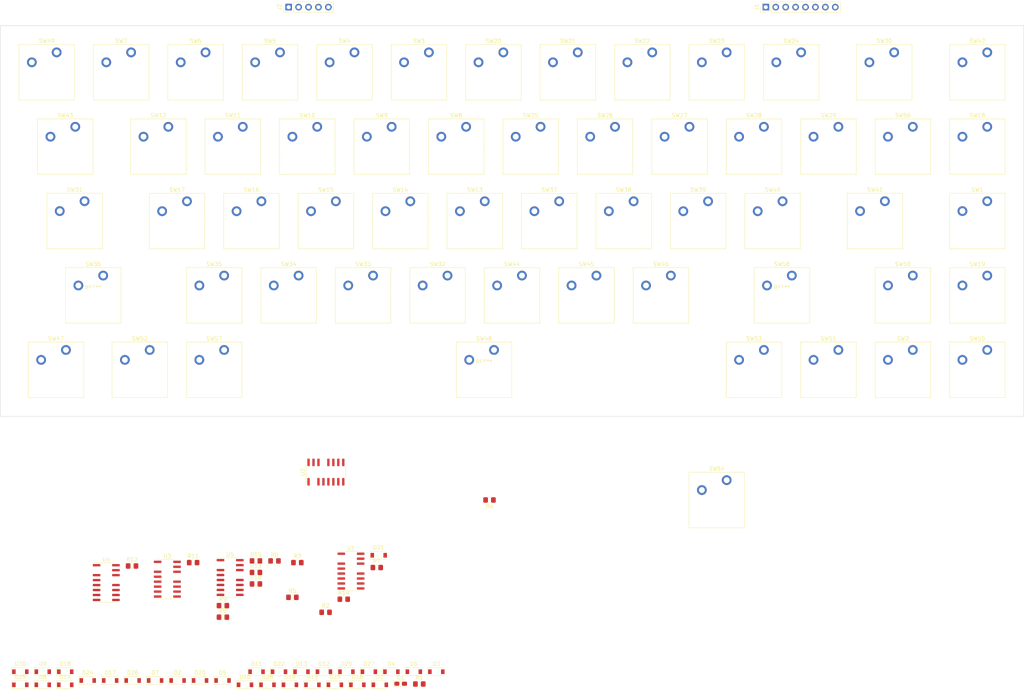
<source format=kicad_pcb>
(kicad_pcb (version 20211014) (generator pcbnew)
  (layers (0 "F.Cu" signal) (31 "B.Cu" signal) (34 "B.Paste" user) (35 "F.Paste" user) (36 "B.SilkS" user "B.Silkscreen") (37 "F.SilkS" user "F.Silkscreen") (38 "B.Mask" user) (39 "F.Mask" user) (44 "Edge.Cuts" user))
  (net 0 "")
  (net 1 "+5V")
  (net 2 "GND")
  (net 3 "/CAPS LOCK-2")
  (net 4 "/CAPS SHIFT ON")
  (net 5 "Net-(D2-Pad2)")
  (net 6 "Net-(D3-Pad2)")
  (net 7 "Net-(D4-Pad1)")
  (net 8 "Net-(D5-Pad1)")
  (net 9 "Net-(D6-Pad2)")
  (net 10 "Net-(D7-Pad2)")
  (net 11 "/DELETE-2")
  (net 12 "/QUOTES-2")
  (net 13 "Net-(D10-Pad2)")
  (net 14 "Net-(D11-Pad2)")
  (net 15 "/CAPS SHIFT-2")
  (net 16 "Net-(D13-Pad1)")
  (net 17 "Net-(D14-Pad2)")
  (net 18 "Net-(D15-Pad2)")
  (net 19 "/SYMB SHIFT ON")
  (net 20 "/DOWN-1")
  (net 21 "/BREAK-2")
  (net 22 "/PERIOD-1")
  (net 23 "/CAPS LOCK-1")
  (net 24 "/BREAK-1")
  (net 25 "Net-(D23-Pad2)")
  (net 26 "Net-(D24-Pad2)")
  (net 27 "Net-(D25-Pad2)")
  (net 28 "Net-(D26-Pad2)")
  (net 29 "Net-(D27-Pad2)")
  (net 30 "Net-(D28-Pad2)")
  (net 31 "Net-(D29-Pad2)")
  (net 32 "Net-(D30-Pad2)")
  (net 67 "/COMMA-1")
  (footprint "Switch_Keyboard_Cherry_MX:SW_Cherry_MX_PCB_1.00u" (layer "F.Cu") (at 247.65 54.76875)
    (fp_text reference "SW56" (at 0 -8) (layer "F.SilkS"))
    (fp_text value "QUOTES")
    (pad "" np_thru_hole circle locked (at 0 0) (size 4 4) (drill 4) (layers *.Cu *.Mask))
    (pad "" np_thru_hole circle locked (at -5.08 0) (size 1.75 1.75) (drill 1.75) (layers *.Cu *.Mask))
    (pad "" np_thru_hole circle locked (at 5.08 0) (size 1.75 1.75) (drill 1.75) (layers *.Cu *.Mask))
    (pad "1" thru_hole circle locked (at -3.81 -2.54) (size 2.5 2.5) (drill 1.5) (layers *.Cu "B.Mask") (net 1 "+5V"))
    (pad "2" thru_hole circle locked (at 2.54 -5.08) (size 2.5 2.5) (drill 1.5) (layers *.Cu "B.Mask") (net 31 "Net-(D29-Pad2)"))
  )
  (footprint "Switch_Keyboard_Cherry_MX:SW_Cherry_MX_PCB_1.00u" (layer "F.Cu") (at 161.925 35.71875)
    (fp_text reference "SW21" (at 0 -8) (layer "F.SilkS"))
    (fp_text value "7")
    (pad "" np_thru_hole circle locked (at 5.08 0) (size 1.75 1.75) (drill 1.75) (layers *.Cu *.Mask))
    (pad "" np_thru_hole circle locked (at 0 0) (size 4 4) (drill 4) (layers *.Cu *.Mask))
    (pad "" np_thru_hole circle locked (at -5.08 0) (size 1.75 1.75) (drill 1.75) (layers *.Cu *.Mask))
    (pad "1" thru_hole circle locked (at -3.81 -2.54) (size 2.5 2.5) (drill 1.5) (layers *.Cu "B.Mask") (net 11 "/DELETE-2"))
    (pad "2" thru_hole circle locked (at 2.54 -5.08) (size 2.5 2.5) (drill 1.5) (layers *.Cu "B.Mask"))
  )
  (footprint "Switch_Keyboard_Cherry_MX:SW_Cherry_MX_PCB_1.00u" (layer "F.Cu") (at 166.6875 92.86875)
    (fp_text reference "SW45" (at 0 -8) (layer "F.SilkS"))
    (fp_text value "N")
    (pad "" np_thru_hole circle locked (at -5.08 0) (size 1.75 1.75) (drill 1.75) (layers *.Cu *.Mask))
    (pad "" np_thru_hole circle locked (at 0 0) (size 4 4) (drill 4) (layers *.Cu *.Mask))
    (pad "" np_thru_hole circle locked (at 5.08 0) (size 1.75 1.75) (drill 1.75) (layers *.Cu *.Mask))
    (pad "1" thru_hole circle locked (at -3.81 -2.54) (size 2.5 2.5) (drill 1.5) (layers *.Cu "B.Mask") (net 21 "/BREAK-2"))
    (pad "2" thru_hole circle locked (at 2.54 -5.08) (size 2.5 2.5) (drill 1.5) (layers *.Cu "B.Mask"))
  )
  (footprint "Diode_SMD:D_SOD-123" (layer "F.Cu") (at 33.32 189.23)
    (fp_text reference "D18" (at 0 -2) (layer "F.SilkS"))
    (fp_text value "BAT42W-V")
    (pad "1" smd rect (at -1.65 0) (size 0.9 1.2) (layers "F.Cu" "F.Paste" "F.Mask") (net 1 "+5V"))
    (pad "2" smd rect (at 1.65 0) (size 0.9 1.2) (layers "F.Cu" "F.Paste" "F.Mask") (net 20 "/DOWN-1"))
  )
  (footprint "Resistor_SMD:R_0805_2012Metric_Pad1.20x1.40mm_HandSolder" (layer "F.Cu") (at 123.92 192.38)
    (fp_text reference "R1" (at 0 -1.65) (layer "F.SilkS"))
    (fp_text value "10K")
    (pad "1" smd roundrect (at -1 0) (size 1.2 1.4) (layers "F.Cu" "F.Paste" "F.Mask") (roundrect_rratio 0.208333) (net 5 "Net-(D2-Pad2)"))
    (pad "2" smd roundrect (at 1 0) (size 1.2 1.4) (layers "F.Cu" "F.Paste" "F.Mask") (roundrect_rratio 0.208333) (net 2 "GND"))
  )
  (footprint "Switch_Keyboard_Cherry_MX:SW_Cherry_MX_PCB_1.00u" (layer "F.Cu") (at 147.6375 92.86875)
    (fp_text reference "SW44" (at 0 -8) (layer "F.SilkS"))
    (fp_text value "B")
    (pad "" np_thru_hole circle locked (at 0 0) (size 4 4) (drill 4) (layers *.Cu *.Mask))
    (pad "" np_thru_hole circle locked (at -5.08 0) (size 1.75 1.75) (drill 1.75) (layers *.Cu *.Mask))
    (pad "" np_thru_hole circle locked (at 5.08 0) (size 1.75 1.75) (drill 1.75) (layers *.Cu *.Mask))
    (pad "1" thru_hole circle locked (at -3.81 -2.54) (size 2.5 2.5) (drill 1.5) (layers *.Cu "B.Mask") (net 21 "/BREAK-2"))
    (pad "2" thru_hole circle locked (at 2.54 -5.08) (size 2.5 2.5) (drill 1.5) (layers *.Cu "B.Mask"))
  )
  (footprint "Switch_Keyboard_Cherry_MX:SW_Cherry_MX_PCB_1.25u" (layer "F.Cu") (at 30.95625 111.91875)
    (fp_text reference "SW47" (at 0 -8) (layer "F.SilkS"))
    (fp_text value "SYMB SHIFT")
    (pad "" np_thru_hole circle locked (at 0 0) (size 4 4) (drill 4) (layers *.Cu *.Mask))
    (pad "" np_thru_hole circle locked (at -5.08 0) (size 1.75 1.75) (drill 1.75) (layers *.Cu *.Mask))
    (pad "" np_thru_hole circle locked (at 5.08 0) (size 1.75 1.75) (drill 1.75) (layers *.Cu *.Mask))
    (pad "1" thru_hole circle locked (at -3.81 -2.54) (size 2.5 2.5) (drill 1.5) (layers *.Cu "B.Mask") (net 21 "/BREAK-2"))
    (pad "2" thru_hole circle locked (at 2.54 -5.08) (size 2.5 2.5) (drill 1.5) (layers *.Cu "B.Mask"))
  )
  (footprint "Diode_SMD:D_SOD-123" (layer "F.Cu") (at 27.57 192.58)
    (fp_text reference "D8" (at 0 -2) (layer "F.SilkS"))
    (fp_text value "BAT42W-V")
    (pad "1" smd rect (at -1.65 0) (size 0.9 1.2) (layers "F.Cu" "F.Paste" "F.Mask") (net 11 "/DELETE-2"))
    (pad "2" smd rect (at 1.65 0) (size 0.9 1.2) (layers "F.Cu" "F.Paste" "F.Mask") (net 2 "GND"))
  )
  (footprint "Switch_Keyboard_Cherry_MX:SW_Cherry_MX_PCB_1.00u" (layer "F.Cu") (at 128.5875 92.86875)
    (fp_text reference "SW32" (at 0 -8) (layer "F.SilkS"))
    (fp_text value "V")
    (pad "" np_thru_hole circle locked (at 0 0) (size 4 4) (drill 4) (layers *.Cu *.Mask))
    (pad "" np_thru_hole circle locked (at 5.08 0) (size 1.75 1.75) (drill 1.75) (layers *.Cu *.Mask))
    (pad "" np_thru_hole circle locked (at -5.08 0) (size 1.75 1.75) (drill 1.75) (layers *.Cu *.Mask))
    (pad "1" thru_hole circle locked (at -3.81 -2.54) (size 2.5 2.5) (drill 1.5) (layers *.Cu "B.Mask") (net 15 "/CAPS SHIFT-2"))
    (pad "2" thru_hole circle locked (at 2.54 -5.08) (size 2.5 2.5) (drill 1.5) (layers *.Cu "B.Mask"))
  )
  (footprint "Resistor_SMD:R_0805_2012Metric_Pad1.20x1.40mm_HandSolder" (layer "F.Cu") (at 113.03 162.56)
    (fp_text reference "R7" (at 0 -1.65) (layer "F.SilkS"))
    (fp_text value "10K")
    (pad "1" smd roundrect (at -1 0) (size 1.2 1.4) (layers "F.Cu" "F.Paste" "F.Mask") (roundrect_rratio 0.208333) (net 17 "Net-(D14-Pad2)"))
    (pad "2" smd roundrect (at 1 0) (size 1.2 1.4) (layers "F.Cu" "F.Paste" "F.Mask") (roundrect_rratio 0.208333) (net 2 "GND"))
  )
  (footprint "Resistor_SMD:R_0805_2012Metric_Pad1.20x1.40mm_HandSolder" (layer "F.Cu") (at 82.11 166.76)
    (fp_text reference "R10" (at 0 -1.65) (layer "F.SilkS"))
    (fp_text value "10K")
    (pad "1" smd roundrect (at -1 0) (size 1.2 1.4) (layers "F.Cu" "F.Paste" "F.Mask") (roundrect_rratio 0.208333) (net 27 "Net-(D25-Pad2)"))
    (pad "2" smd roundrect (at 1 0) (size 1.2 1.4) (layers "F.Cu" "F.Paste" "F.Mask") (roundrect_rratio 0.208333) (net 2 "GND"))
  )
  (footprint "Diode_SMD:D_SOD-123" (layer "F.Cu") (at 21.82 189.23)
    (fp_text reference "D30" (at 0 -2) (layer "F.SilkS"))
    (fp_text value "BAT42W-V")
    (pad "1" smd rect (at -1.65 0) (size 0.9 1.2) (layers "F.Cu" "F.Paste" "F.Mask") (net 19 "/SYMB SHIFT ON"))
    (pad "2" smd rect (at 1.65 0) (size 0.9 1.2) (layers "F.Cu" "F.Paste" "F.Mask") (net 32 "Net-(D30-Pad2)"))
  )
  (footprint "Resistor_SMD:R_0805_2012Metric_Pad1.20x1.40mm_HandSolder" (layer "F.Cu") (at 66.04 161.29)
    (fp_text reference "R11" (at 0 -1.65) (layer "F.SilkS"))
    (fp_text value "10K")
    (pad "1" smd roundrect (at -1 0) (size 1.2 1.4) (layers "F.Cu" "F.Paste" "F.Mask") (roundrect_rratio 0.208333) (net 28 "Net-(D26-Pad2)"))
    (pad "2" smd roundrect (at 1 0) (size 1.2 1.4) (layers "F.Cu" "F.Paste" "F.Mask") (roundrect_rratio 0.208333) (net 2 "GND"))
  )
  (footprint "Diode_SMD:D_SOD-123" (layer "F.Cu") (at 73.57 191.48)
    (fp_text reference "D5" (at 0 -2) (layer "F.SilkS"))
    (fp_text value "BAT42W-V")
    (pad "1" smd rect (at -1.65 0) (size 0.9 1.2) (layers "F.Cu" "F.Paste" "F.Mask") (net 8 "Net-(D5-Pad1)"))
    (pad "2" smd rect (at 1.65 0) (size 0.9 1.2) (layers "F.Cu" "F.Paste" "F.Mask") (net 2 "GND"))
  )
  (footprint "Switch_Keyboard_Cherry_MX:SW_Cherry_MX_PCB_1.00u" (layer "F.Cu") (at 190.5 54.76875)
    (fp_text reference "SW27" (at 0 -8) (layer "F.SilkS"))
    (fp_text value "I")
    (pad "" np_thru_hole circle locked (at -5.08 0) (size 1.75 1.75) (drill 1.75) (layers *.Cu *.Mask))
    (pad "" np_thru_hole circle locked (at 5.08 0) (size 1.75 1.75) (drill 1.75) (layers *.Cu *.Mask))
    (pad "" np_thru_hole circle locked (at 0 0) (size 4 4) (drill 4) (layers *.Cu *.Mask))
    (pad "1" thru_hole circle locked (at -3.81 -2.54) (size 2.5 2.5) (drill 1.5) (layers *.Cu "B.Mask") (net 12 "/QUOTES-2"))
    (pad "2" thru_hole circle locked (at 2.54 -5.08) (size 2.5 2.5) (drill 1.5) (layers *.Cu "B.Mask"))
  )
  (footprint "Switch_Keyboard_Cherry_MX:SW_Cherry_MX_PCB_1.00u" (layer "F.Cu") (at 66.675 35.71875)
    (fp_text reference "SW6" (at 0 -8) (layer "F.SilkS"))
    (fp_text value "2")
    (pad "" np_thru_hole circle locked (at 5.08 0) (size 1.75 1.75) (drill 1.75) (layers *.Cu *.Mask))
    (pad "" np_thru_hole circle locked (at 0 0) (size 4 4) (drill 4) (layers *.Cu *.Mask))
    (pad "" np_thru_hole circle locked (at -5.08 0) (size 1.75 1.75) (drill 1.75) (layers *.Cu *.Mask))
    (pad "1" thru_hole circle locked (at -3.81 -2.54) (size 2.5 2.5) (drill 1.5) (layers *.Cu "B.Mask") (net 3 "/CAPS LOCK-2"))
    (pad "2" thru_hole circle locked (at 2.54 -5.08) (size 2.5 2.5) (drill 1.5) (layers *.Cu "B.Mask") (net 23 "/CAPS LOCK-1"))
  )
  (footprint "Switch_Keyboard_Cherry_MX:SW_Cherry_MX_PCB_1.00u" (layer "F.Cu") (at 119.06885 73.84415)
    (fp_text reference "SW14" (at 0 -8) (layer "F.SilkS"))
    (fp_text value "F")
    (pad "" np_thru_hole circle locked (at 5.08 0) (size 1.75 1.75) (drill 1.75) (layers *.Cu *.Mask))
    (pad "" np_thru_hole circle locked (at -5.08 0) (size 1.75 1.75) (drill 1.75) (layers *.Cu *.Mask))
    (pad "" np_thru_hole circle locked (at 0 0) (size 4 4) (drill 4) (layers *.Cu *.Mask))
    (pad "1" thru_hole circle locked (at -3.81 -2.54) (size 2.5 2.5) (drill 1.5) (layers *.Cu "B.Mask") (net 8 "Net-(D5-Pad1)"))
    (pad "2" thru_hole circle locked (at 2.54 -5.08) (size 2.5 2.5) (drill 1.5) (layers *.Cu "B.Mask"))
  )
  (footprint "Package_SO:SOIC-14-16_3.9x9.9mm_P1.27mm" (layer "F.Cu") (at 59.44 165.54)
    (fp_text reference "U3" (at 0 -5.9) (layer "F.SilkS"))
    (fp_text value "4066")
    (pad "1" smd roundrect (at -2.475 -4.445) (size 1.95 0.6) (layers "F.Cu" "F.Paste" "F.Mask") (net 11 "/DELETE-2"))
    (pad "3" smd roundrect (at -2.475 -1.905) (size 1.95 0.6) (layers "F.Cu" "F.Paste" "F.Mask"))
    (pad "4" smd roundrect (at -2.475 -0.635) (size 1.95 0.6) (layers "F.Cu" "F.Paste" "F.Mask"))
    (pad "5" smd roundrect (at -2.475 0.635) (size 1.95 0.6) (layers "F.Cu" "F.Paste" "F.Mask"))
    (pad "6" smd roundrect (at -2.475 1.905) (size 1.95 0.6) (layers "F.Cu" "F.Paste" "F.Mask") (net 25 "Net-(D23-Pad2)"))
    (pad "7" smd roundrect (at -2.475 3.175) (size 1.95 0.6) (layers "F.Cu" "F.Paste" "F.Mask") (net 2 "GND"))
    (pad "8" smd roundrect (at -2.475 4.445) (size 1.95 0.6) (layers "F.Cu" "F.Paste" "F.Mask") (net 21 "/BREAK-2"))
    (pad "9" smd roundrect (at 2.475 4.445) (size 1.95 0.6) (layers "F.Cu" "F.Paste" "F.Mask") (net 24 "/BREAK-1"))
    (pad "10" smd roundrect (at 2.475 3.175) (size 1.95 0.6) (layers "F.Cu" "F.Paste" "F.Mask"))
    (pad "11" smd roundrect (at 2.475 1.905) (size 1.95 0.6) (layers "F.Cu" "F.Paste" "F.Mask"))
    (pad "12" smd roundrect (at 2.475 0.635) (size 1.95 0.6) (layers "F.Cu" "F.Paste" "F.Mask"))
    (pad "14" smd roundrect (at 2.475 -1.905) (size 1.95 0.6) (layers "F.Cu" "F.Paste" "F.Mask") (net 1 "+5V"))
    (pad "15" smd roundrect (at 2.475 -3.175) (size 1.95 0.6) (layers "F.Cu" "F.Paste" "F.Mask"))
    (pad "16" smd roundrect (at 2.475 -4.445) (size 1.95 0.6) (layers "F.Cu" "F.Paste" "F.Mask"))
  )
  (footprint "Switch_Keyboard_Cherry_MX:SW_Cherry_MX_PCB_1.00u" (layer "F.Cu") (at 138.11885 73.84415)
    (fp_text reference "SW13" (at 0 -8) (layer "F.SilkS"))
    (fp_text value "G")
    (pad "" np_thru_hole circle locked (at 5.08 0) (size 1.75 1.75) (drill 1.75) (layers *.Cu *.Mask))
    (pad "" np_thru_hole circle locked (at 0 0) (size 4 4) (drill 4) (layers *.Cu *.Mask))
    (pad "" np_thru_hole circle locked (at -5.08 0) (size 1.75 1.75) (drill 1.75) (layers *.Cu *.Mask))
    (pad "1" thru_hole circle locked (at -3.81 -2.54) (size 2.5 2.5) (drill 1.5) (layers *.Cu "B.Mask") (net 8 "Net-(D5-Pad1)"))
    (pad "2" thru_hole circle locked (at 2.54 -5.08) (size 2.5 2.5) (drill 1.5) (layers *.Cu "B.Mask"))
  )
  (footprint "Switch_Keyboard_Cherry_MX:SW_Cherry_MX_PCB_1.00u" (layer "F.Cu") (at 85.725 35.71875)
    (fp_text reference "SW5" (at 0 -8) (layer "F.SilkS"))
    (fp_text value "3")
    (pad "" np_thru_hole circle locked (at -5.08 0) (size 1.75 1.75) (drill 1.75) (layers *.Cu *.Mask))
    (pad "" np_thru_hole circle locked (at 5.08 0) (size 1.75 1.75) (drill 1.75) (layers *.Cu *.Mask))
    (pad "" np_thru_hole circle locked (at 0 0) (size 4 4) (drill 4) (layers *.Cu *.Mask))
    (pad "1" thru_hole circle locked (at -3.81 -2.54) (size 2.5 2.5) (drill 1.5) (layers *.Cu "B.Mask") (net 3 "/CAPS LOCK-2"))
    (pad "2" thru_hole circle locked (at 2.54 -5.08) (size 2.5 2.5) (drill 1.5) (layers *.Cu "B.Mask") (net 22 "/PERIOD-1"))
  )
  (footprint "Switch_Keyboard_Cherry_MX:SW_Cherry_MX_PCB_1.00u" (layer "F.Cu") (at 185.7375 92.86875)
    (fp_text reference "SW46" (at 0 -8) (layer "F.SilkS"))
    (fp_text value "M")
    (pad "" np_thru_hole circle locked (at 5.08 0) (size 1.75 1.75) (drill 1.75) (layers *.Cu *.Mask))
    (pad "" np_thru_hole circle locked (at -5.08 0) (size 1.75 1.75) (drill 1.75) (layers *.Cu *.Mask))
    (pad "" np_thru_hole circle locked (at 0 0) (size 4 4) (drill 4) (layers *.Cu *.Mask))
    (pad "1" thru_hole circle locked (at -3.81 -2.54) (size 2.5 2.5) (drill 1.5) (layers *.Cu "B.Mask") (net 21 "/BREAK-2"))
    (pad "2" thru_hole circle locked (at 2.54 -5.08) (size 2.5 2.5) (drill 1.5) (layers *.Cu "B.Mask"))
  )
  (footprint "Switch_Keyboard_Cherry_MX:SW_Cherry_MX_PCB_1.00u" (layer "F.Cu") (at 61.91885 73.84415)
    (fp_text reference "SW17" (at 0 -8) (layer "F.SilkS"))
    (fp_text value "A")
    (pad "" np_thru_hole circle locked (at -5.08 0) (size 1.75 1.75) (drill 1.75) (layers *.Cu *.Mask))
    (pad "" np_thru_hole circle locked (at 0 0) (size 4 4) (drill 4) (layers *.Cu *.Mask))
    (pad "" np_thru_hole circle locked (at 5.08 0) (size 1.75 1.75) (drill 1.75) (layers *.Cu *.Mask))
    (pad "1" thru_hole circle locked (at -3.81 -2.54) (size 2.5 2.5) (drill 1.5) (layers *.Cu "B.Mask") (net 8 "Net-(D5-Pad1)"))
    (pad "2" thru_hole circle locked (at 2.54 -5.08) (size 2.5 2.5) (drill 1.5) (layers *.Cu "B.Mask") (net 24 "/BREAK-1"))
  )
  (footprint "Diode_SMD:D_SOD-123" (layer "F.Cu") (at 85.07 192.58)
    (fp_text reference "D28" (at 0 -2) (layer "F.SilkS"))
    (fp_text value "BAT42W-V")
    (pad "1" smd rect (at -1.65 0) (size 0.9 1.2) (layers "F.Cu" "F.Paste" "F.Mask") (net 4 "/CAPS SHIFT ON"))
    (pad "2" smd rect (at 1.65 0) (size 0.9 1.2) (layers "F.Cu" "F.Paste" "F.Mask") (net 30 "Net-(D28-Pad2)"))
  )
  (footprint "Switch_Keyboard_Cherry_MX:SW_Cherry_MX_PCB_1.00u" (layer "F.Cu") (at 71.4375 92.86875)
    (fp_text reference "SW35" (at 0 -8) (layer "F.SilkS"))
    (fp_text value "Z")
    (pad "" np_thru_hole circle locked (at -5.08 0) (size 1.75 1.75) (drill 1.75) (layers *.Cu *.Mask))
    (pad "" np_thru_hole circle locked (at 0 0) (size 4 4) (drill 4) (layers *.Cu *.Mask))
    (pad "" np_thru_hole circle locked (at 5.08 0) (size 1.75 1.75) (drill 1.75) (layers *.Cu *.Mask))
    (pad "1" thru_hole circle locked (at -3.81 -2.54) (size 2.5 2.5) (drill 1.5) (layers *.Cu "B.Mask") (net 15 "/CAPS SHIFT-2"))
    (pad "2" thru_hole circle locked (at 2.54 -5.08) (size 2.5 2.5) (drill 1.5) (layers *.Cu "B.Mask"))
  )
  (footprint "Diode_SMD:D_SOD-123" (layer "F.Cu") (at 116.77 189.23)
    (fp_text reference "D4" (at 0 -2) (layer "F.SilkS"))
    (fp_text value "BAT42W-V")
    (pad "1" smd rect (at -1.65 0) (size 0.9 1.2) (layers "F.Cu" "F.Paste" "F.Mask") (net 7 "Net-(D4-Pad1)"))
    (pad "2" smd rect (at 1.65 0) (size 0.9 1.2) (layers "F.Cu" "F.Paste" "F.Mask") (net 2 "GND"))
  )
  (footprint "Switch_Keyboard_Cherry_MX:SW_Cherry_MX_PCB_1.00u" (layer "F.Cu") (at 195.26885 73.84415)
    (fp_text reference "SW39" (at 0 -8) (layer "F.SilkS"))
    (fp_text value "K")
    (pad "" np_thru_hole circle locked (at -5.08 0) (size 1.75 1.75) (drill 1.75) (layers *.Cu *.Mask))
    (pad "" np_thru_hole circle locked (at 0 0) (size 4 4) (drill 4) (layers *.Cu *.Mask))
    (pad "" np_thru_hole circle locked (at 5.08 0) (size 1.75 1.75) (drill 1.75) (layers *.Cu *.Mask))
    (pad "1" thru_hole circle locked (at -3.81 -2.54) (size 2.5 2.5) (drill 1.5) (layers *.Cu "B.Mask") (net 16 "Net-(D13-Pad1)"))
    (pad "2" thru_hole circle locked (at 2.54 -5.08) (size 2.5 2.5) (drill 1.5) (layers *.Cu "B.Mask"))
  )
  (footprint "Package_SO:SOIC-14-16_3.9x9.9mm_P1.27mm" (layer "F.Cu") (at 106.43 163.46)
    (fp_text reference "U1" (at 0 -5.9) (layer "F.SilkS"))
    (fp_text value "4066")
    (pad "1" smd roundrect (at -2.475 -4.445) (size 1.95 0.6) (layers "F.Cu" "F.Paste" "F.Mask") (net 3 "/CAPS LOCK-2"))
    (pad "3" smd roundrect (at -2.475 -1.905) (size 1.95 0.6) (layers "F.Cu" "F.Paste" "F.Mask") (net 3 "/CAPS LOCK-2"))
    (pad "4" smd roundrect (at -2.475 -0.635) (size 1.95 0.6) (layers "F.Cu" "F.Paste" "F.Mask") (net 22 "/PERIOD-1"))
    (pad "5" smd roundrect (at -2.475 0.635) (size 1.95 0.6) (layers "F.Cu" "F.Paste" "F.Mask") (net 10 "Net-(D7-Pad2)"))
    (pad "6" smd roundrect (at -2.475 1.905) (size 1.95 0.6) (layers "F.Cu" "F.Paste" "F.Mask") (net 14 "Net-(D11-Pad2)"))
    (pad "7" smd roundrect (at -2.475 3.175) (size 1.95 0.6) (layers "F.Cu" "F.Paste" "F.Mask") (net 2 "GND"))
    (pad "8" smd roundrect (at -2.475 4.445) (size 1.95 0.6) (layers "F.Cu" "F.Paste" "F.Mask") (net 3 "/CAPS LOCK-2"))
    (pad "9" smd roundrect (at 2.475 4.445) (size 1.95 0.6) (layers "F.Cu" "F.Paste" "F.Mask") (net 23 "/CAPS LOCK-1"))
    (pad "10" smd roundrect (at 2.475 3.175) (size 1.95 0.6) (layers "F.Cu" "F.Paste" "F.Mask") (net 20 "/DOWN-1"))
    (pad "11" smd roundrect (at 2.475 1.905) (size 1.95 0.6) (layers "F.Cu" "F.Paste" "F.Mask") (net 11 "/DELETE-2"))
    (pad "12" smd roundrect (at 2.475 0.635) (size 1.95 0.6) (layers "F.Cu" "F.Paste" "F.Mask") (net 6 "Net-(D3-Pad2)"))
    (pad "14" smd roundrect (at 2.475 -1.905) (size 1.95 0.6) (layers "F.Cu" "F.Paste" "F.Mask") (net 1 "+5V"))
    (pad "15" smd roundrect (at 2.475 -3.175) (size 1.95 0.6) (layers "F.Cu" "F.Paste" "F.Mask"))
    (pad "16" smd roundrect (at 2.475 -4.445) (size 1.95 0.6) (layers "F.Cu" "F.Paste" "F.Mask"))
  )
  (footprint "Diode_SMD:D_SOD-123" (layer "F.Cu") (at 21.82 192.58)
    (fp_text reference "D25" (at 0 -2) (layer "F.SilkS"))
    (fp_text value "BAT42W-V")
    (pad "1" smd rect (at -1.65 0) (size 0.9 1.2) (layers "F.Cu" "F.Paste" "F.Mask") (net 4 "/CAPS SHIFT ON"))
    (pad "2" smd rect (at 1.65 0) (size 0.9 1.2) (layers "F.Cu" "F.Paste" "F.Mask") (net 27 "Net-(D25-Pad2)"))
  )
  (footprint "Switch_Keyboard_Cherry_MX:SW_Cherry_MX_PCB_1.00u" (layer "F.Cu") (at 157.16885 73.84415)
    (fp_text reference "SW37" (at 0 -8) (layer "F.SilkS"))
    (fp_text value "H")
    (pad "" np_thru_hole circle locked (at 0 0) (size 4 4) (drill 4) (layers *.Cu *.Mask))
    (pad "" np_thru_hole circle locked (at 5.08 0) (size 1.75 1.75) (drill 1.75) (layers *.Cu *.Mask))
    (pad "" np_thru_hole circle locked (at -5.08 0) (size 1.75 1.75) (drill 1.75) (layers *.Cu *.Mask))
    (pad "1" thru_hole circle locked (at -3.81 -2.54) (size 2.5 2.5) (drill 1.5) (layers *.Cu "B.Mask") (net 16 "Net-(D13-Pad1)"))
    (pad "2" thru_hole circle locked (at 2.54 -5.08) (size 2.5 2.5) (drill 1.5) (layers *.Cu "B.Mask"))
  )
  (footprint "Diode_SMD:D_SOD-123" (layer "F.Cu") (at 99.52 189.23)
    (fp_text reference "D12" (at 0 -2) (layer "F.SilkS"))
    (fp_text value "BAT42W-V")
    (pad "1" smd rect (at -1.65 0) (size 0.9 1.2) (layers "F.Cu" "F.Paste" "F.Mask") (net 15 "/CAPS SHIFT-2"))
    (pad "2" smd rect (at 1.65 0) (size 0.9 1.2) (layers "F.Cu" "F.Paste" "F.Mask") (net 2 "GND"))
  )
  (footprint "Switch_Keyboard_Cherry_MX:SW_Cherry_MX_PCB_1.00u" (layer "F.Cu") (at 209.55 54.76875)
    (fp_text reference "SW28" (at 0 -8) (layer "F.SilkS"))
    (fp_text value "O")
    (pad "" np_thru_hole circle locked (at 5.08 0) (size 1.75 1.75) (drill 1.75) (layers *.Cu *.Mask))
    (pad "" np_thru_hole circle locked (at -5.08 0) (size 1.75 1.75) (drill 1.75) (layers *.Cu *.Mask))
    (pad "" np_thru_hole circle locked (at 0 0) (size 4 4) (drill 4) (layers *.Cu *.Mask))
    (pad "1" thru_hole circle locked (at -3.81 -2.54) (size 2.5 2.5) (drill 1.5) (layers *.Cu "B.Mask") (net 12 "/QUOTES-2"))
    (pad "2" thru_hole circle locked (at 2.54 -5.08) (size 2.5 2.5) (drill 1.5) (layers *.Cu "B.Mask"))
  )
  (footprint "Diode_SMD:D_SOD-123" (layer "F.Cu") (at 111.02 189.23)
    (fp_text reference "D27" (at 0 -2) (layer "F.SilkS"))
    (fp_text value "BAT42W-V")
    (pad "1" smd rect (at -1.65 0) (size 0.9 1.2) (layers "F.Cu" "F.Paste" "F.Mask") (net 19 "/SYMB SHIFT ON"))
    (pad "2" smd rect (at 1.65 0) (size 0.9 1.2) (layers "F.Cu" "F.Paste" "F.Mask") (net 29 "Net-(D27-Pad2)"))
  )
  (footprint "Diode_SMD:D_SOD-123" (layer "F.Cu") (at 108.07 192.58)
    (fp_text reference "D16" (at 0 -2) (layer "F.SilkS"))
    (fp_text value "BAT42W-V")
    (pad "1" smd rect (at -1.65 0) (size 0.9 1.2) (layers "F.Cu" "F.Paste" "F.Mask") (net 21 "/BREAK-2"))
    (pad "2" smd rect (at 1.65 0) (size 0.9 1.2) (layers "F.Cu" "F.Paste" "F.Mask") (net 2 "GND"))
  )
  (footprint "Switch_Keyboard_Cherry_MX:SW_Cherry_MX_PCB_1.00u" (layer "F.Cu") (at 200.025 145.25625)
    (fp_text reference "SW54" (at 0 -8) (layer "F.SilkS"))
    (fp_text value "SYMB SHIFT")
    (pad "" np_thru_hole circle locked (at 5.08 0) (size 1.75 1.75) (drill 1.75) (layers *.Cu *.Mask))
    (pad "" np_thru_hole circle locked (at -5.08 0) (size 1.75 1.75) (drill 1.75) (layers *.Cu *.Mask))
    (pad "" np_thru_hole circle locked (at 0 0) (size 4 4) (drill 4) (layers *.Cu *.Mask))
    (pad "1" thru_hole circle locked (at -3.81 -2.54) (size 2.5 2.5) (drill 1.5) (layers *.Cu "B.Mask") (net 23 "/CAPS LOCK-1"))
    (pad "2" thru_hole circle locked (at 2.54 -5.08) (size 2.5 2.5) (drill 1.5) (layers *.Cu "B.Mask") (net 21 "/BREAK-2"))
  )
  (footprint "Switch_Keyboard_Cherry_MX:SW_Cherry_MX_PCB_1.00u" (layer "F.Cu") (at 209.55 111.91875)
    (fp_text reference "SW53" (at 0 -8) (layer "F.SilkS"))
    (fp_text value "PERIOD")
    (pad "" np_thru_hole circle locked (at 0 0) (size 4 4) (drill 4) (layers *.Cu *.Mask))
    (pad "" np_thru_hole circle locked (at -5.08 0) (size 1.75 1.75) (drill 1.75) (layers *.Cu *.Mask))
    (pad "" np_thru_hole circle locked (at 5.08 0) (size 1.75 1.75) (drill 1.75) (layers *.Cu *.Mask))
    (pad "1" thru_hole circle locked (at -3.81 -2.54) (size 2.5 2.5) (drill 1.5) (layers *.Cu "B.Mask") (net 1 "+5V"))
    (pad "2" thru_hole circle locked (at 2.54 -5.08) (size 2.5 2.5) (drill 1.5) (layers *.Cu "B.Mask") (net 29 "Net-(D27-Pad2)"))
  )
  (footprint "Resistor_SMD:R_0805_2012Metric_Pad1.20x1.40mm_HandSolder" (layer "F.Cu") (at 82.11 163.81)
    (fp_text reference "R13" (at 0 -1.65) (layer "F.SilkS"))
    (fp_text value "10K")
    (pad "1" smd roundrect (at -1 0) (size 1.2 1.4) (layers "F.Cu" "F.Paste" "F.Mask") (roundrect_rratio 0.208333) (net 30 "Net-(D28-Pad2)"))
    (pad "2" smd roundrect (at 1 0) (size 1.2 1.4) (layers "F.Cu" "F.Paste" "F.Mask") (roundrect_rratio 0.208333) (net 2 "GND"))
  )
  (footprint "Switch_Keyboard_Cherry_MX:SW_Cherry_MX_PCB_2.25u" (layer "F.Cu") (at 40.48125 92.86875)
    (fp_text reference "SW36" (at 0 -8) (layer "F.SilkS"))
    (fp_text value "CAPS SHIFT")
    (pad "" np_thru_hole circle locked (at 5.08 0) (size 1.75 1.75) (drill 1.75) (layers *.Cu *.Mask))
    (pad "" np_thru_hole circle locked (at 0 0) (size 4 4) (drill 4) (layers *.Cu *.Mask))
    (pad "" np_thru_hole circle locked (at -5.08 0) (size 1.75 1.75) (drill 1.75) (layers *.Cu *.Mask))
    (pad "1" thru_hole circle locked (at -3.81 -2.54) (size 2.5 2.5) (drill 1.5) (layers *.Cu "B.Mask") (net 15 "/CAPS SHIFT-2"))
    (pad "2" thru_hole circle locked (at 2.54 -5.08) (size 2.5 2.5) (drill 1.5) (layers *.Cu "B.Mask") (net 24 "/BREAK-1"))
  )
  (footprint "Diode_SMD:D_SOD-123" (layer "F.Cu") (at 39.07 191.48)
    (fp_text reference "D24" (at 0 -2) (layer "F.SilkS"))
    (fp_text value "BAT42W-V")
    (pad "1" smd rect (at -1.65 0) (size 0.9 1.2) (layers "F.Cu" "F.Paste" "F.Mask") (net 4 "/CAPS SHIFT ON"))
    (pad "2" smd rect (at 1.65 0) (size 0.9 1.2) (layers "F.Cu" "F.Paste" "F.Mask") (net 26 "Net-(D24-Pad2)"))
  )
  (footprint "Diode_SMD:D_SOD-123" (layer "F.Cu") (at 128.27 189.23)
    (fp_text reference "D3" (at 0 -2) (layer "F.SilkS"))
    (fp_text value "BAT42W-V")
    (pad "1" smd rect (at -1.65 0) (size 0.9 1.2) (layers "F.Cu" "F.Paste" "F.Mask") (net 4 "/CAPS SHIFT ON"))
    (pad "2" smd rect (at 1.65 0) (size 0.9 1.2) (layers "F.Cu" "F.Paste" "F.Mask") (net 6 "Net-(D3-Pad2)"))
  )
  (footprint "Mounting_Keyboard_Stabilizer:Stabilizer_Cherry_MX_2.00u" (layer "F.Cu") (at 40.48125 92.86875)
    (fp_text reference "REF**" (at 0 -2) (layer "F.SilkS"))
    (fp_text value "Stabilizer_Cherry_MX_2.00u")
    (pad "" np_thru_hole circle locked (at -11.938 -6.985) (size 3.048 3.048) (drill 3.048) (layers *.Cu *.Mask))
    (pad "" np_thru_hole circle locked (at -11.938 8.225) (size 3.9878 3.9878) (drill 3.9878) (layers *.Cu *.Mask))
    (pad "" np_thru_hole circle locked (at 11.938 8.225) (size 3.9878 3.9878) (drill 3.9878) (layers *.Cu *.Mask))
    (pad "" np_thru_hole circle locked (at 11.938 -6.985) (size 3.048 3.048) (drill 3.048) (layers *.Cu *.Mask))
  )
  (footprint "Switch_Keyboard_Cherry_MX:SW_Cherry_MX_PCB_1.00u" (layer "F.Cu") (at 176.21885 73.84415)
    (fp_text reference "SW38" (at 0 -8) (layer "F.SilkS"))
    (fp_text value "J")
    (pad "" np_thru_hole circle locked (at 5.08 0) (size 1.75 1.75) (drill 1.75) (layers *.Cu *.Mask))
    (pad "" np_thru_hole circle locked (at -5.08 0) (size 1.75 1.75) (drill 1.75) (layers *.Cu *.Mask))
    (pad "" np_thru_hole circle locked (at 0 0) (size 4 4) (drill 4) (layers *.Cu *.Mask))
    (pad "1" thru_hole circle locked (at -3.81 -2.54) (size 2.5 2.5) (drill 1.5) (layers *.Cu "B.Mask") (net 16 "Net-(D13-Pad1)"))
    (pad "2" thru_hole circle locked (at 2.54 -5.08) (size 2.5 2.5) (drill 1.5) (layers *.Cu "B.Mask"))
  )
  (footprint "Diode_SMD:D_SOD-123" (layer "F.Cu") (at 50.57 191.48)
    (fp_text reference "D26" (at 0 -2) (layer "F.SilkS"))
    (fp_text value "BAT42W-V")
    (pad "1" smd rect (at -1.65 0) (size 0.9 1.2) (layers "F.Cu" "F.Paste" "F.Mask") (net 19 "/SYMB SHIFT ON"))
    (pad "2" smd rect (at 1.65 0) (size 0.9 1.2) (layers "F.Cu" "F.Paste" "F.Mask") (net 28 "Net-(D26-Pad2)"))
  )
  (footprint "Switch_Keyboard_Cherry_MX:SW_Cherry_MX_PCB_1.00u" (layer "F.Cu") (at 71.4375 111.91875)
    (fp_text reference "SW57" (at 0 -8) (layer "F.SilkS"))
    (fp_text value "COMMA")
    (pad "" np_thru_hole circle locked (at -5.08 0) (size 1.75 1.75) (drill 1.75) (layers *.Cu *.Mask))
    (pad "" np_thru_hole circle locked (at 5.08 0) (size 1.75 1.75) (drill 1.75) (layers *.Cu *.Mask))
    (pad "" np_thru_hole circle locked (at 0 0) (size 4 4) (drill 4) (layers *.Cu *.Mask))
    (pad "1" thru_hole circle locked (at -3.81 -2.54) (size 2.5 2.5) (drill 1.5) (layers *.Cu "B.Mask") (net 1 "+5V"))
    (pad "2" thru_hole circle locked (at 2.54 -5.08) (size 2.5 2.5) (drill 1.5) (layers *.Cu "B.Mask") (net 32 "Net-(D30-Pad2)"))
  )
  (footprint "Package_SO:SOIC-14-16_3.9x9.9mm_P1.27mm" (layer "F.Cu") (at 100.0125 138.1125 90)
    (fp_text reference "U2" (at 0 -5.9 90) (layer "F.SilkS"))
    (fp_text value "4066")
    (pad "1" smd roundrect (at -2.475 -4.445 90) (size 1.95 0.6) (layers "F.Cu" "F.Paste" "F.Mask") (net 11 "/DELETE-2"))
    (pad "3" smd roundrect (at -2.475 -1.905 90) (size 1.95 0.6) (layers "F.Cu" "F.Paste" "F.Mask") (net 24 "/BREAK-1"))
    (pad "4" smd roundrect (at -2.475 -0.635 90) (size 1.95 0.6) (layers "F.Cu" "F.Paste" "F.Mask") (net 11 "/DELETE-2"))
    (pad "5" smd roundrect (at -2.475 0.635 90) (size 1.95 0.6) (layers "F.Cu" "F.Paste" "F.Mask") (net 13 "Net-(D10-Pad2)"))
    (pad "6" smd roundrect (at -2.475 1.905 90) (size 1.95 0.6) (layers "F.Cu" "F.Paste" "F.Mask"))
    (pad "7" smd roundrect (at -2.475 3.175 90) (size 1.95 0.6) (layers "F.Cu" "F.Paste" "F.Mask") (net 2 "GND"))
    (pad "8" smd roundrect (at -2.475 4.445 90) (size 1.95 0.6) (layers "F.Cu" "F.Paste" "F.Mask"))
    (pad "9" smd roundrect (at 2.475 4.445 90) (size 1.95 0.6) (layers "F.Cu" "F.Paste" "F.Mask"))
    (pad "10" smd roundrect (at 2.475 3.175 90) (size 1.95 0.6) (layers "F.Cu" "F.Paste" "F.Mask") (net 24 "/BREAK-1"))
    (pad "11" smd roundrect (at 2.475 1.905 90) (size 1.95 0.6) (layers "F.Cu" "F.Paste" "F.Mask") (net 3 "/CAPS LOCK-2"))
    (pad "12" smd roundrect (at 2.475 0.635 90) (size 1.95 0.6) (layers "F.Cu" "F.Paste" "F.Mask") (net 17 "Net-(D14-Pad2)"))
    (pad "14" smd roundrect (at 2.475 -1.905 90) (size 1.95 0.6) (layers "F.Cu" "F.Paste" "F.Mask") (net 1 "+5V"))
    (pad "15" smd roundrect (at 2.475 -3.175 90) (size 1.95 0.6) (layers "F.Cu" "F.Paste" "F.Mask"))
    (pad "16" smd roundrect (at 2.475 -4.445 90) (size 1.95 0.6) (layers "F.Cu" "F.Paste" "F.Mask"))
  )
  (footprint "Switch_Keyboard_Cherry_MX:SW_Cherry_MX_PCB_2.25u" (layer "F.Cu") (at 216.69375 92.86875)
    (fp_text reference "SW58" (at 0 -8) (layer "F.SilkS"))
    (fp_text value "CAPS SHIFT")
    (pad "" np_thru_hole circle locked (at 0 0) (size 4 4) (drill 4) (layers *.Cu *.Mask))
    (pad "" np_thru_hole circle locked (at 5.08 0) (size 1.75 1.75) (drill 1.75) (layers *.Cu *.Mask))
    (pad "" np_thru_hole circle locked (at -5.08 0) (size 1.75 1.75) (drill 1.75) (layers *.Cu *.Mask))
    (pad "1" thru_hole circle locked (at -3.81 -2.54) (size 2.5 2.5) (drill 1.5) (layers *.Cu "B.Mask") (net 24 "/BREAK-1"))
    (pad "2" thru_hole circle locked (at 2.54 -5.08) (size 2.5 2.5) (drill 1.5) (layers *.Cu "B.Mask") (net 15 "/CAPS SHIFT-2"))
  )
  (footprint "Switch_Keyboard_Cherry_MX:SW_Cherry_MX_PCB_1.00u" (layer "F.Cu") (at 95.25 54.76875)
    (fp_text reference "SW10" (at 0 -8) (layer "F.SilkS"))
    (fp_text value "E")
    (pad "" np_thru_hole circle locked (at 0 0) (size 4 4) (drill 4) (layers *.Cu *.Mask))
    (pad "" np_thru_hole circle locked (at -5.08 0) (size 1.75 1.75) (drill 1.75) (layers *.Cu *.Mask))
    (pad "" np_thru_hole circle locked (at 5.08 0) (size 1.75 1.75) (drill 1.75) (layers *.Cu *.Mask))
    (pad "1" thru_hole circle locked (at -3.81 -2.54) (size 2.5 2.5) (drill 1.5) (layers *.Cu "B.Mask") (net 7 "Net-(D4-Pad1)"))
    (pad "2" thru_hole circle locked (at 2.54 -5.08) (size 2.5 2.5) (drill 1.5) (layers *.Cu "B.Mask"))
  )
  (footprint "Switch_Keyboard_Cherry_MX:SW_Cherry_MX_PCB_6.25u" (layer "F.Cu") (at 140.49375 111.91875)
    (fp_text reference "SW48" (at 0 -8) (layer "F.SilkS"))
    (fp_text value "SPACE")
    (pad "" np_thru_hole circle locked (at 5.08 0) (size 1.75 1.75) (drill 1.75) (layers *.Cu *.Mask))
    (pad "" np_thru_hole circle locked (at -5.08 0) (size 1.75 1.75) (drill 1.75) (layers *.Cu *.Mask))
    (pad "" np_thru_hole circle locked (at 0 0) (size 4 4) (drill 4) (layers *.Cu *.Mask))
    (pad "1" thru_hole circle locked (at -3.81 -2.54) (size 2.5 2.5) (drill 1.5) (layers *.Cu "B.Mask") (net 21 "/BREAK-2"))
    (pad "2" thru_hole circle locked (at 2.54 -5.08) (size 2.5 2.5) (drill 1.5) (layers *.Cu "B.Mask") (net 24 "/BREAK-1"))
  )
  (footprint "Switch_Keyboard_Cherry_MX:SW_Cherry_MX_PCB_1.00u" (layer "F.Cu") (at 266.7 35.71875)
    (fp_text reference "SW42" (at 0 -8) (layer "F.SilkS"))
    (fp_text value "EDIT")
    (pad "" np_thru_hole circle locked (at -5.08 0) (size 1.75 1.75) (drill 1.75) (layers *.Cu *.Mask))
    (pad "" np_thru_hole circle locked (at 5.08 0) (size 1.75 1.75) (drill 1.75) (layers *.Cu *.Mask))
    (pad "" np_thru_hole circle locked (at 0 0) (size 4 4) (drill 4) (layers *.Cu *.Mask))
    (pad "1" thru_hole circle locked (at -3.81 -2.54) (size 2.5 2.5) (drill 1.5) (layers *.Cu "B.Mask") (net 1 "+5V"))
    (pad "2" thru_hole circle locked (at 2.54 -5.08) (size 2.5 2.5) (drill 1.5) (layers *.Cu "B.Mask") (net 17 "Net-(D14-Pad2)"))
  )
  (footprint "Package_SO:SOIC-14-16_3.9x9.9mm_P1.27mm" (layer "F.Cu") (at 75.51 165.11)
    (fp_text reference "U5" (at 0 -5.9) (layer "F.SilkS"))
    (fp_text value "4066")
    (pad "1" smd roundrect (at -2.475 -4.445) (size 1.95 0.6) (layers "F.Cu" "F.Paste" "F.Mask") (net 12 "/QUOTES-2"))
    (pad "3" smd roundrect (at -2.475 -1.905) (size 1.95 0.6) (layers "F.Cu" "F.Paste" "F.Mask") (net 22 "/PERIOD-1"))
    (pad "4" smd roundrect (at -2.475 -0.635) (size 1.95 0.6) (layers "F.Cu" "F.Paste" "F.Mask") (net 21 "/BREAK-2"))
    (pad "5" smd roundrect (at -2.475 0.635) (size 1.95 0.6) (layers "F.Cu" "F.Paste" "F.Mask") (net 29 "Net-(D27-Pad2)"))
    (pad "6" smd roundrect (at -2.475 1.905) (size 1.95 0.6) (layers "F.Cu" "F.Paste" "F.Mask") (net 32 "Net-(D30-Pad2)"))
    (pad "7" smd roundrect (at -2.475 3.175) (size 1.95 0.6) (layers "F.Cu" "F.Paste" "F.Mask") (net 2 "GND"))
    (pad "8" smd roundrect (at -2.475 4.445) (size 1.95 0.6) (layers "F.Cu" "F.Paste" "F.Mask") (net 21 "/BREAK-2"))
    (pad "9" smd roundrect (at 2.475 4.445) (size 1.95 0.6) (layers "F.Cu" "F.Paste" "F.Mask") (net 67 "/COMMA-1"))
    (pad "10" smd roundrect (at 2.475 3.175) (size 1.95 0.6) (layers "F.Cu" "F.Paste" "F.Mask") (net 23 "/CAPS LOCK-1"))
    (pad "11" smd roundrect (at 2.475 1.905) (size 1.95 0.6) (layers "F.Cu" "F.Paste" "F.Mask") (net 12 "/QUOTES-2"))
    (pad "12" smd roundrect (at 2.475 0.635) (size 1.95 0.6) (layers "F.Cu" "F.Paste" "F.Mask") (net 28 "Net-(D26-Pad2)"))
    (pad "14" smd roundrect (at 2.475 -1.905) (size 1.95 0.6) (layers "F.Cu" "F.Paste" "F.Mask") (net 1 "+5V"))
    (pad "15" smd roundrect (at 2.475 -3.175) (size 1.95 0.6) (layers "F.Cu" "F.Paste" "F.Mask"))
    (pad "16" smd roundrect (at 2.475 -4.445) (size 1.95 0.6) (layers "F.Cu" "F.Paste" "F.Mask"))
  )
  (footprint "Switch_Keyboard_Cherry_MX:SW_Cherry_MX_PCB_1.00u" (layer "F.Cu") (at 57.15 54.76875)
    (fp_text reference "SW12" (at 0 -8) (layer "F.SilkS"))
    (fp_text value "Q")
    (pad "" np_thru_hole circle locked (at 5.08 0) (size 1.75 1.75) (drill 1.75) (layers *.Cu *.Mask))
    (pad "" np_thru_hole circle locked (at 0 0) (size 4 4) (drill 4) (layers *.Cu *.Mask))
    (pad "" np_thru_hole circle locked (at -5.08 0) (size 1.75 1.75) (drill 1.75) (layers *.Cu *.Mask))
    (pad "1" thru_hole circle locked (at -3.81 -2.54) (size 2.5 2.5) (drill 1.5) (layers *.Cu "B.Mask") (net 7 "Net-(D4-Pad1)"))
    (pad "2" thru_hole circle locked (at 2.54 -5.08) (size 2.5 2.5) (drill 1.5) (layers *.Cu "B.Mask") (net 24 "/BREAK-1"))
  )
  (footprint "Switch_Keyboard_Cherry_MX:SW_Cherry_MX_PCB_1.00u" (layer "F.Cu") (at 247.65 92.86875)
    (fp_text reference "SW50" (at 0 -8) (layer "F.SilkS"))
    (fp_text value "UP")
    (pad "" np_thru_hole circle locked (at 5.08 0) (size 1.75 1.75) (drill 1.75) (layers *.Cu *.Mask))
    (pad "" np_thru_hole circle locked (at -5.08 0) (size 1.75 1.75) (drill 1.75) (layers *.Cu *.Mask))
    (pad "" np_thru_hole circle locked (at 0 0) (size 4 4) (drill 4) (layers *.Cu *.Mask))
    (pad "1" thru_hole circle locked (at -3.81 -2.54) (size 2.5 2.5) (drill 1.5) (layers *.Cu "B.Mask") (net 1 "+5V"))
    (pad "2" thru_hole circle locked (at 2.54 -5.08) (size 2.5 2.5) (drill 1.5) (layers *.Cu "B.Mask") (net 26 "Net-(D24-Pad2)"))
  )
  (footprint "Diode_SMD:D_SOD-123" (layer "F.Cu") (at 27.57 189.23)
    (fp_text reference "D9" (at 0 -2) (layer "F.SilkS"))
    (fp_text value "BAT42W-V")
    (pad "1" smd rect (at -1.65 0) (size 0.9 1.2) (layers "F.Cu" "F.Paste" "F.Mask") (net 12 "/QUOTES-2"))
    (pad "2" smd rect (at 1.65 0) (size 0.9 1.2) (layers "F.Cu" "F.Paste" "F.Mask") (net 2 "GND"))
  )
  (footprint "Mounting_Keyboard_Stabilizer:Stabilizer_Cherry_MX_2.00u" (layer "F.Cu") (at 216.69375 92.86875)
    (fp_text reference "REF**" (at 0 -2) (layer "F.SilkS"))
    (fp_text value "Stabilizer_Cherry_MX_2.00u")
    (pad "" np_thru_hole circle locked (at -11.938 8.225) (size 3.9878 3.9878) (drill 3.9878) (layers *.Cu *.Mask))
    (pad "" np_thru_hole circle locked (at 11.938 8.225) (size 3.9878 3.9878) (drill 3.9878) (layers *.Cu *.Mask))
    (pad "" np_thru_hole circle locked (at -11.938 -6.985) (size 3.048 3.048) (drill 3.048) (layers *.Cu *.Mask))
    (pad "" np_thru_hole circle locked (at 11.938 -6.985) (size 3.048 3.048) (drill 3.048) (layers *.Cu *.Mask))
  )
  (footprint "Switch_Keyboard_Cherry_MX:SW_Cherry_MX_PCB_1.00u" (layer "F.Cu") (at 28.575 35.71875)
    (fp_text reference "SW49" (at 0 -8) (layer "F.SilkS"))
    (fp_text value "BREAK")
    (pad "" np_thru_hole circle locked (at 5.08 0) (size 1.75 1.75) (drill 1.75) (layers *.Cu *.Mask))
    (pad "" np_thru_hole circle locked (at -5.08 0) (size 1.75 1.75) (drill 1.75) (layers *.Cu *.Mask))
    (pad "" np_thru_hole circle locked (at 0 0) (size 4 4) (drill 4) (layers *.Cu *.Mask))
    (pad "1" thru_hole circle locked (at -3.81 -2.54) (size 2.5 2.5) (drill 1.5) (layers *.Cu "B.Mask") (net 1 "+5V"))
    (pad "2" thru_hole circle locked (at 2.54 -5.08) (size 2.5 2.5) (drill 1.5) (layers *.Cu "B.Mask") (net 25 "Net-(D23-Pad2)"))
  )
  (footprint "Diode_SMD:D_SOD-123" (layer "F.Cu") (at 88.02 189.23)
    (fp_text reference "D22" (at 0 -2) (layer "F.SilkS"))
    (fp_text value "BAT42W-V")
    (pad "1" smd rect (at -1.65 0) (size 0.9 1.2) (layers "F.Cu" "F.Paste" "F.Mask") (net 1 "+5V"))
    (pad "2" smd rect (at 1.65 0) (size 0.9 1.2) (layers "F.Cu" "F.Paste" "F.Mask") (net 24 "/BREAK-1"))
  )
  (footprint "Connector_PinHeader_2.54mm:PinHeader_1x05_P2.54mm_Vertical" (layer "F.Cu") (at 90.4875 19.05 90)
    (fp_text reference "J2" (at 0 -2.33 90) (layer "F.SilkS"))
    (fp_text value "KB1")
    (pad "1" thru_hole rect (at 0 0 90) (size 1.7 1.7) (drill 1) (layers *.Cu *.Mask) (net 24 "/BREAK-1"))
    (pad "2" thru_hole oval (at 0 2.54 90) (size 1.7 1.7) (drill 1) (layers *.Cu *.Mask) (net 23 "/CAPS LOCK-1"))
    (pad "3" thru_hole oval (at 0 5.08 90) (size 1.7 1.7) (drill 1) (layers *.Cu *.Mask) (net 22 "/PERIOD-1"))
    (pad "4" thru_hole oval (at 0 7.62 90) (size 1.7 1.7) (drill 1) (layers *.Cu *.Mask) (net 67 "/COMMA-1"))
    (pad "5" thru_hole oval (at 0 10.16 90) (size 1.7 1.7) (drill 1) (layers *.Cu *.Mask) (net 20 "/DOWN-1"))
  )
  (footprint "Connector_PinHeader_2.54mm:PinHeader_1x08_P2.54mm_Vertical" (layer "F.Cu") (at 212.58125 19.05 90)
    (fp_text reference "J1" (at 0 -2.33 90) (layer "F.SilkS"))
    (fp_text value "KB2")
    (pad "1" thru_hole rect (at 0 0 90) (size 1.7 1.7) (drill 1) (layers *.Cu *.Mask) (net 3 "/CAPS LOCK-2"))
    (pad "2" thru_hole oval (at 0 2.54 90) (size 1.7 1.7) (drill 1) (layers *.Cu *.Mask) (net 7 "Net-(D4-Pad1)"))
    (pad "3" thru_hole oval (at 0 5.08 90) (size 1.7 1.7) (drill 1) (layers *.Cu *.Mask) (net 8 "Net-(D5-Pad1)"))
    (pad "4" thru_hole oval (at 0 7.62 90) (size 1.7 1.7) (drill 1) (layers *.Cu *.Mask) (net 11 "/DELETE-2"))
    (pad "5" thru_hole oval (at 0 10.16 90) (size 1.7 1.7) (drill 1) (layers *.Cu *.Mask) (net 12 "/QUOTES-2"))
    (pad "6" thru_hole oval (at 0 12.7 90) (size 1.7 1.7) (drill 1) (layers *.Cu *.Mask) (net 15 "/CAPS SHIFT-2"))
    (pad "7" thru_hole oval (at 0 15.24 90) (size 1.7 1.7) (drill 1) (layers *.Cu *.Mask) (net 16 "Net-(D13-Pad1)"))
    (pad "8" thru_hole oval (at 0 17.78 90) (size 1.7 1.7) (drill 1) (layers *.Cu *.Mask) (net 21 "/BREAK-2"))
  )
  (footprint "Switch_Keyboard_Cherry_MX:SW_Cherry_MX_PCB_1.50u" (layer "F.Cu") (at 242.8875 35.71875)
    (fp_text reference "SW30" (at 0 -8) (layer "F.SilkS"))
    (fp_text value "DELETE")
    (pad "" np_thru_hole circle locked (at 5.08 0) (size 1.75 1.75) (drill 1.75) (layers *.Cu *.Mask))
    (pad "" np_thru_hole circle locked (at -5.08 0) (size 1.75 1.75) (drill 1.75) (layers *.Cu *.Mask))
    (pad "" np_thru_hole circle locked (at 0 0) (size 4 4) (drill 4) (layers *.Cu *.Mask))
    (pad "1" thru_hole circle locked (at -3.81 -2.54) (size 2.5 2.5) (drill 1.5) (layers *.Cu "B.Mask") (net 1 "+5V"))
    (pad "2" thru_hole circle locked (at 2.54 -5.08) (size 2.5 2.5) (drill 1.5) (layers *.Cu "B.Mask") (net 13 "Net-(D10-Pad2)"))
  )
  (footprint "Switch_Keyboard_Cherry_MX:SW_Cherry_MX_PCB_1.00u" (layer "F.Cu") (at 47.625 35.71875)
    (fp_text reference "SW7" (at 0 -8) (layer "F.SilkS"))
    (fp_text value "1")
    (pad "" np_thru_hole circle locked (at 0 0) (size 4 4) (drill 4) (layers *.Cu *.Mask))
    (pad "" np_thru_hole circle locked (at -5.08 0) (size 1.75 1.75) (drill 1.75) (layers *.Cu *.Mask))
    (pad "" np_thru_hole circle locked (at 5.08 0) (size 1.75 1.75) (drill 1.75) (layers *.Cu *.Mask))
    (pad "1" thru_hole circle locked (at -3.81 -2.54) (size 2.5 2.5) (drill 1.5) (layers *.Cu "B.Mask") (net 3 "/CAPS LOCK-2"))
    (pad "2" thru_hole circle locked (at 2.54 -5.08) (size 2.5 2.5) (drill 1.5) (layers *.Cu "B.Mask") (net 24 "/BREAK-1"))
  )
  (footprint "Switch_Keyboard_Cherry_MX:SW_Cherry_MX_PCB_1.00u" (layer "F.Cu") (at 266.7 73.81875)
    (fp_text reference "SW1" (at 0 -8) (layer "F.SilkS"))
    (fp_text value "INV VIDEO")
    (pad "" np_thru_hole circle locked (at -5.08 0) (size 1.75 1.75) (drill 1.75) (layers *.Cu *.Mask))
    (pad "" np_thru_hole circle locked (at 0 0) (size 4 4) (drill 4) (layers *.Cu *.Mask))
    (pad "" np_thru_hole circle locked (at 5.08 0) (size 1.75 1.75) (drill 1.75) (layers *.Cu *.Mask))
    (pad "1" thru_hole circle locked (at -3.81 -2.54) (size 2.5 2.5) (drill 1.5) (layers *.Cu "B.Mask") (net 1 "+5V"))
    (pad "2" thru_hole circle locked (at 2.54 -5.08) (size 2.5 2.5) (drill 1.5) (layers *.Cu "B.Mask") (net 5 "Net-(D2-Pad2)"))
  )
  (footprint "Switch_Keyboard_Cherry_MX:SW_Cherry_MX_PCB_1.00u" (layer "F.Cu") (at 123.825 35.71875)
    (fp_text reference "SW3" (at 0 -8) (layer "F.SilkS"))
    (fp_text value "5")
    (pad "" np_thru_hole circle locked (at 0 0) (size 4 4) (drill 4) (layers *.Cu *.Mask))
    (pad "" np_thru_hole circle locked (at -5.08 0) (size 1.75 1.75) (drill 1.75) (layers *.Cu *.Mask))
    (pad "" np_thru_hole circle locked (at 5.08 0) (size 1.75 1.75) (drill 1.75) (layers *.Cu *.Mask))
    (pad "1" thru_hole circle locked (at -3.81 -2.54) (size 2.5 2.5) (drill 1.5) (layers *.Cu "B.Mask") (net 3 "/CAPS LOCK-2"))
    (pad "2" thru_hole circle locked (at 2.54 -5.08) (size 2.5 2.5) (drill 1.5) (layers *.Cu "B.Mask") (net 20 "/DOWN-1"))
  )
  (footprint "Switch_Keyboard_Cherry_MX:SW_Cherry_MX_PCB_1.00u" (layer "F.Cu") (at 104.775 35.71875)
    (fp_text reference "SW4" (at 0 -8) (layer "F.SilkS"))
    (fp_text value "4")
    (pad "" np_thru_hole circle locked (at 5.08 0) (size 1.75 1.75) (drill 1.75) (layers *.Cu *.Mask))
    (pad "" np_thru_hole circle locked (at -5.08 0) (size 1.75 1.75) (drill 1.75) (layers *.Cu *.Mask))
    (pad "" np_thru_hole circle locked (at 0 0) (size 4 4) (drill 4) (layers *.Cu *.Mask))
    (pad "1" thru_hole circle locked (at -3.81 -2.54) (size 2.5 2.5) (drill 1.5) (layers *.Cu "B.Mask") (net 3 "/CAPS LOCK-2"))
    (pad "2" thru_hole circle locked (at 2.54 -5.08) (size 2.5 2.5) (drill 1.5) (layers *.Cu "B.Mask") (net 67 "/COMMA-1"))
  )
  (footprint "Resistor_SMD:R_0805_2012Metric_Pad1.20x1.40mm_HandSolder" (layer "F.Cu") (at 99.93 174.01)
    (fp_text reference "R2" (at 0 -1.65) (layer "F.SilkS"))
    (fp_text value "10K")
    (pad "1" smd roundrect (at -1 0) (size 1.2 1.4) (layers "F.Cu" "F.Paste" "F.Mask") (roundrect_rratio 0.208333) (net 6 "Net-(D3-Pad2)"))
    (pad "2" smd roundrect (at 1 0) (size 1.2 1.4) (layers "F.Cu" "F.Paste" "F.Mask") (roundrect_rratio 0.208333) (net 2 "GND"))
  )
  (footprint "Switch_Keyboard_Cherry_MX:SW_Cherry_MX_PCB_1.00u" (layer "F.Cu") (at 114.3 54.76875)
    (fp_text reference "SW9" (at 0 -8) (layer "F.SilkS"))
    (fp_text value "R")
    (pad "" np_thru_hole circle locked (at 0 0) (size 4 4) (drill 4) (layers *.Cu *.Mask))
    (pad "" np_thru_hole circle locked (at -5.08 0) (size 1.75 1.75) (drill 1.75) (layers *.Cu *.Mask))
    (pad "" np_thru_hole circle locked (at 5.08 0) (size 1.75 1.75) (drill 1.75) (layers *.Cu *.Mask))
    (pad "1" thru_hole circle locked (at -3.81 -2.54) (size 2.5 2.5) (drill 1.5) (layers *.Cu "B.Mask") (net 7 "Net-(D4-Pad1)"))
    (pad "2" thru_hole circle locked (at 2.54 -5.08) (size 2.5 2.5) (drill 1.5) (layers *.Cu "B.Mask"))
  )
  (footprint "Switch_Keyboard_Cherry_MX:SW_Cherry_MX_PCB_1.00u" (layer "F.Cu") (at 133.35 54.76875)
    (fp_text reference "SW8" (at 0 -8) (layer "F.SilkS"))
    (fp_text value "T")
    (pad "" np_thru_hole circle locked (at 0 0) (size 4 4) (drill 4) (layers *.Cu *.Mask))
    (pad "" np_thru_hole circle locked (at 5.08 0) (size 1.75 1.75) (drill 1.75) (layers *.Cu *.Mask))
    (pad "" np_thru_hole circle locked (at -5.08 0) (size 1.75 1.75) (drill 1.75) (layers *.Cu *.Mask))
    (pad "1" thru_hole circle locked (at -3.81 -2.54) (size 2.5 2.5) (drill 1.5) (layers *.Cu "B.Mask") (net 7 "Net-(D4-Pad1)"))
    (pad "2" thru_hole circle locked (at 2.54 -5.08) (size 2.5 2.5) (drill 1.5) (layers *.Cu "B.Mask"))
  )
  (footprint "Diode_SMD:D_SOD-123" (layer "F.Cu") (at 33.32 192.58)
    (fp_text reference "D14" (at 0 -2) (layer "F.SilkS"))
    (fp_text value "BAT42W-V")
    (pad "1" smd rect (at -1.65 0) (size 0.9 1.2) (layers "F.Cu" "F.Paste" "F.Mask") (net 4 "/CAPS SHIFT ON"))
    (pad "2" smd rect (at 1.65 0) (size 0.9 1.2) (layers "F.Cu" "F.Paste" "F.Mask") (net 17 "Net-(D14-Pad2)"))
  )
  (footprint "Diode_SMD:D_SOD-123" (layer "F.Cu") (at 113.82 192.58)
    (fp_text reference "D1" (at 0 -2) (layer "F.SilkS"))
    (fp_text value "BAT42W-V")
    (pad "1" smd rect (at -1.65 0) (size 0.9 1.2) (layers "F.Cu" "F.Paste" "F.Mask") (net 3 "/CAPS LOCK-2"))
    (pad "2" smd rect (at 1.65 0) (size 0.9 1.2) (layers "F.Cu" "F.Paste" "F.Mask") (net 2 "GND"))
  )
  (footprint "Resistor_SMD:R_0805_2012Metric_Pad1.20x1.40mm_HandSolder" (layer "F.Cu") (at 92.71 161.29)
    (fp_text reference "R3" (at 0 -1.65) (layer "F.SilkS"))
    (fp_text value "10K")
    (pad "1" smd roundrect (at -1 0) (size 1.2 1.4) (layers "F.Cu" "F.Paste" "F.Mask") (roundrect_rratio 0.208333) (net 9 "Net-(D6-Pad2)"))
    (pad "2" smd roundrect (at 1 0) (size 1.2 1.4) (layers "F.Cu" "F.Paste" "F.Mask") (roundrect_rratio 0.208333) (net 2 "GND"))
  )
  (footprint "Switch_Keyboard_Cherry_MX:SW_Cherry_MX_PCB_1.00u" (layer "F.Cu") (at 52.3875 111.91875)
    (fp_text reference "SW52" (at 0 -8) (layer "F.SilkS"))
    (fp_text value "SEMI COLON")
    (pad "" np_thru_hole circle locked (at 5.08 0) (size 1.75 1.75) (drill 1.75) (layers *.Cu *.Mask))
    (pad "" np_thru_hole circle locked (at -5.08 0) (size 1.75 1.75) (drill 1.75) (layers *.Cu *.Mask))
    (pad "" np_thru_hole circle locked (at 0 0) (size 4 4) (drill 4) (layers *.Cu *.Mask))
    (pad "1" thru_hole circle locked (at -3.81 -2.54) (size 2.5 2.5) (drill 1.5) (layers *.Cu "B.Mask") (net 1 "+5V"))
    (pad "2" thru_hole circle locked (at 2.54 -5.08) (size 2.5 2.5) (drill 1.5) (layers *.Cu "B.Mask") (net 28 "Net-(D26-Pad2)"))
  )
  (footprint "Diode_SMD:D_SOD-123" (layer "F.Cu") (at 56.32 191.48)
    (fp_text reference "D7" (at 0 -2) (layer "F.SilkS"))
    (fp_text value "BAT42W-V")
    (pad "1" smd rect (at -1.65 0) (size 0.9 1.2) (layers "F.Cu" "F.Paste" "F.Mask") (net 4 "/CAPS SHIFT ON"))
    (pad "2" smd rect (at 1.65 0) (size 0.9 1.2) (layers "F.Cu" "F.Paste" "F.Mask") (net 10 "Net-(D7-Pad2)"))
  )
  (footprint "Diode_SMD:D_SOD-123" (layer "F.Cu") (at 67.82 191.48)
    (fp_text reference "D20" (at 0 -2) (layer "F.SilkS"))
    (fp_text value "BAT42W-V")
    (pad "1" smd rect (at -1.65 0) (size 0.9 1.2) (layers "F.Cu" "F.Paste" "F.Mask") (net 1 "+5V"))
    (pad "2" smd rect (at 1.65 0) (size 0.9 1.2) (layers "F.Cu" "F.Paste" "F.Mask") (net 22 "/PERIOD-1"))
  )
  (footprint "Switch_Keyboard_Cherry_MX:SW_Cherry_MX_PCB_1.00u" (layer "F.Cu") (at 266.7 111.91875)
    (fp_text reference "SW55" (at 0 -8) (layer "F.SilkS"))
    (fp_text value "RIGHT")
    (pad "" np_thru_hole circle locked (at 0 0) (size 4 4) (drill 4) (layers *.Cu *.Mask))
    (pad "" np_thru_hole circle locked (at -5.08 0) (size 1.75 1.75) (drill 1.75) (layers *.Cu *.Mask))
    (pad "" np_thru_hole circle locked (at 5.08 0) (size 1.75 1.75) (drill 1.75) (layers *.Cu *.Mask))
    (pad "1" thru_hole circle locked (at -3.81 -2.54) (size 2.5 2.5) (drill 1.5) (layers *.Cu "B.Mask") (net 1 "+5V"))
    (pad "2" thru_hole circle locked (at 2.54 -5.08) (size 2.5 2.5) (drill 1.5) (layers *.Cu "B.Mask") (net 30 "Net-(D28-Pad2)"))
  )
  (footprint "Switch_Keyboard_Cherry_MX:SW_Cherry_MX_PCB_1.00u" (layer "F.Cu") (at 90.4875 92.86875)
    (fp_text reference "SW34" (at 0 -8) (layer "F.SilkS"))
    (fp_text value "X")
    (pad "" np_thru_hole circle locked (at -5.08 0) (size 1.75 1.75) (drill 1.75) (layers *.Cu *.Mask))
    (pad "" np_thru_hole circle locked (at 0 0) (size 4 4) (drill 4) (layers *.Cu *.Mask))
    (pad "" np_thru_hole circle locked (at 5.08 0) (size 1.75 1.75) (drill 1.75) (layers *.Cu *.Mask))
    (pad "1" thru_hole circle locked (at -3.81 -2.54) (size 2.5 2.5) (drill 1.5) (layers *.Cu "B.Mask") (net 15 "/CAPS SHIFT-2"))
    (pad "2" thru_hole circle locked (at 2.54 -5.08) (size 2.5 2.5) (drill 1.5) (layers *.Cu "B.Mask"))
  )
  (footprint "Diode_SMD:D_SOD-123" (layer "F.Cu") (at 82.27 189.23)
    (fp_text reference "D11" (at 0 -2) (layer "F.SilkS"))
    (fp_text value "BAT42W-V")
    (pad "1" smd rect (at -1.65 0) (size 0.9 1.2) (layers "F.Cu" "F.Paste" "F.Mask") (net 4 "/CAPS SHIFT ON"))
    (pad "2" smd rect (at 1.65 0) (size 0.9 1.2) (layers "F.Cu" "F.Paste" "F.Mask") (net 14 "Net-(D11-Pad2)"))
  )
  (footprint "Switch_Keyboard_Cherry_MX:SW_Cherry_MX_PCB_1.00u" (layer "F.Cu") (at 80.96885 73.84415)
    (fp_text reference "SW16" (at 0 -8) (layer "F.SilkS"))
    (fp_text value "S")
    (pad "" np_thru_hole circle locked (at -5.08 0) (size 1.75 1.75) (drill 1.75) (layers *.Cu *.Mask))
    (pad "" np_thru_hole circle locked (at 5.08 0) (size 1.75 1.75) (drill 1.75) (layers *.Cu *.Mask))
    (pad "" np_thru_hole circle locked (at 0 0) (size 4 4) (drill 4) (layers *.Cu *.Mask))
    (pad "1" thru_hole circle locked (at -3.81 -2.54) (size 2.5 2.5) (drill 1.5) (layers *.Cu "B.Mask") (net 8 "Net-(D5-Pad1)"))
    (pad "2" thru_hole circle locked (at 2.54 -5.08) (size 2.5 2.5) (drill 1.5) (layers *.Cu "B.Mask") (net 23 "/CAPS LOCK-1"))
  )
  (footprint "Switch_Keyboard_Cherry_MX:SW_Cherry_MX_PCB_1.75u" (layer "F.Cu") (at 35.71875 73.81875)
    (fp_text reference "SW31" (at 0 -8) (layer "F.SilkS"))
    (fp_text value "CAPS LOCK")
    (pad "" np_thru_hole circle locked (at 0 0) (size 4 4) (drill 4) (layers *.Cu *.Mask))
    (pad "" np_thru_hole circle locked (at -5.08 0) (size 1.75 1.75) (drill 1.75) (layers *.Cu *.Mask))
    (pad "" np_thru_hole circle locked (at 5.08 0) (size 1.75 1.75) (drill 1.75) (layers *.Cu *.Mask))
    (pad "1" thru_hole circle locked (at -3.81 -2.54) (size 2.5 2.5) (drill 1.5) (layers *.Cu "B.Mask") (net 1 "+5V"))
    (pad "2" thru_hole circle locked (at 2.54 -5.08) (size 2.5 2.5) (drill 1.5) (layers *.Cu "B.Mask") (net 14 "Net-(D11-Pad2)"))
  )
  (footprint "Diode_SMD:D_SOD-123" (layer "F.Cu") (at 62.07 191.48)
    (fp_text reference "D2" (at 0 -2) (layer "F.SilkS"))
    (fp_text value "BAT42W-V")
    (pad "1" smd rect (at -1.65 0) (size 0.9 1.2) (layers "F.Cu" "F.Paste" "F.Mask") (net 4 "/CAPS SHIFT ON"))
    (pad "2" smd rect (at 1.65 0) (size 0.9 1.2) (layers "F.Cu" "F.Paste" "F.Mask") (net 5 "Net-(D2-Pad2)"))
  )
  (footprint "Switch_Keyboard_Cherry_MX:SW_Cherry_MX_PCB_1.00u" (layer "F.Cu") (at 180.975 35.71875)
    (fp_text reference "SW22" (at 0 -8) (layer "F.SilkS"))
    (fp_text value "8")
    (pad "" np_thru_hole circle locked (at -5.08 0) (size 1.75 1.75) (drill 1.75) (layers *.Cu *.Mask))
    (pad "" np_thru_hole circle locked (at 5.08 0) (size 1.75 1.75) (drill 1.75) (layers *.Cu *.Mask))
    (pad "" np_thru_hole circle locked (at 0 0) (size 4 4) (drill 4) (layers *.Cu *.Mask))
    (pad "1" thru_hole circle locked (at -3.81 -2.54) (size 2.5 2.5) (drill 1.5) (layers *.Cu "B.Mask") (net 11 "/DELETE-2"))
    (pad "2" thru_hole circle locked (at 2.54 -5.08) (size 2.5 2.5) (drill 1.5) (layers *.Cu "B.Mask"))
  )
  (footprint "Switch_Keyboard_Cherry_MX:SW_Cherry_MX_PCB_1.00u" (layer "F.Cu") (at 266.7 54.76875)
    (fp_text reference "SW18" (at 0 -8) (layer "F.SilkS"))
    (fp_text value "GRAPH")
    (pad "" np_thru_hole circle locked (at 5.08 0) (size 1.75 1.75) (drill 1.75) (layers *.Cu *.Mask))
    (pad "" np_thru_hole circle locked (at -5.08 0) (size 1.75 1.75) (drill 1.75) (layers *.Cu *.Mask))
    (pad "" np_thru_hole circle locked (at 0 0) (size 4 4) (drill 4) (layers *.Cu *.Mask))
    (pad "1" thru_hole circle locked (at -3.81 -2.54) (size 2.5 2.5) (drill 1.5) (layers *.Cu "B.Mask") (net 1 "+5V"))
    (pad "2" thru_hole circle locked (at 2.54 -5.08) (size 2.5 2.5) (drill 1.5) (layers *.Cu "B.Mask") (net 9 "Net-(D6-Pad2)"))
  )
  (footprint "Resistor_SMD:R_0805_2012Metric_Pad1.20x1.40mm_HandSolder" (layer "F.Cu") (at 91.44 170.18)
    (fp_text reference "R5" (at 0 -1.65) (layer "F.SilkS"))
    (fp_text value "10K")
    (pad "1" smd roundrect (at -1 0) (size 1.2 1.4) (layers "F.Cu" "F.Paste" "F.Mask") (roundrect_rratio 0.208333) (net 13 "Net-(D10-Pad2)"))
    (pad "2" smd roundrect (at 1 0) (size 1.2 1.4) (layers "F.Cu" "F.Paste" "F.Mask") (roundrect_rratio 0.208333) (net 2 "GND"))
  )
  (footprint "Switch_Keyboard_Cherry_MX:SW_Cherry_MX_PCB_1.00u" (layer "F.Cu") (at 171.45 54.76875)
    (fp_text reference "SW26" (at 0 -8) (layer "F.SilkS"))
    (fp_text value "U")
    (pad "" np_thru_hole circle locked (at -5.08 0) (size 1.75 1.75) (drill 1.75) (layers *.Cu *.Mask))
    (pad "" np_thru_hole circle locked (at 5.08 0) (size 1.75 1.75) (drill 1.75) (layers *.Cu *.Mask))
    (pad "" np_thru_hole circle locked (at 0 0) (size 4 4) (drill 4) (layers *.Cu *.Mask))
    (pad "1" thru_hole circle locked (at -3.81 -2.54) (size 2.5 2.5) (drill 1.5) (layers *.Cu "B.Mask") (net 12 "/QUOTES-2"))
    (pad "2" thru_hole circle locked (at 2.54 -5.08) (size 2.5 2.5) (drill 1.5) (layers *.Cu "B.Mask"))
  )
  (footprint "Diode_SMD:D_SOD-123" (layer "F.Cu") (at 122.52 189.23)
    (fp_text reference "D6" (at 0 -2) (layer "F.SilkS"))
    (fp_text value "BAT42W-V")
    (pad "1" smd rect (at -1.65 0) (size 0.9 1.2) (layers "F.Cu" "F.Paste" "F.Mask") (net 4 "/CAPS SHIFT ON"))
    (pad "2" smd rect (at 1.65 0) (size 0.9 1.2) (layers "F.Cu" "F.Paste" "F.Mask") (net 9 "Net-(D6-Pad2)"))
  )
  (footprint "Switch_Keyboard_Cherry_MX:SW_Cherry_MX_PCB_1.00u" (layer "F.Cu") (at 266.7 92.86875)
    (fp_text reference "SW19" (at 0 -8) (layer "F.SilkS"))
    (fp_text value "TRUE VIDEO")
    (pad "" np_thru_hole circle locked (at -5.08 0) (size 1.75 1.75) (drill 1.75) (layers *.Cu *.Mask))
    (pad "" np_thru_hole circle locked (at 0 0) (size 4 4) (drill 4) (layers *.Cu *.Mask))
    (pad "" np_thru_hole circle locked (at 5.08 0) (size 1.75 1.75) (drill 1.75) (layers *.Cu *.Mask))
    (pad "1" thru_hole circle locked (at -3.81 -2.54) (size 2.5 2.5) (drill 1.5) (layers *.Cu "B.Mask") (net 1 "+5V"))
    (pad "2" thru_hole circle locked (at 2.54 -5.08) (size 2.5 2.5) (drill 1.5) (layers *.Cu "B.Mask") (net 10 "Net-(D7-Pad2)"))
  )
  (footprint "Package_SO:SOIC-14-16_3.9x9.9mm_P1.27mm" (layer "F.Cu") (at 43.81 166.41)
    (fp_text reference "U4" (at 0 -5.9) (layer "F.SilkS"))
    (fp_text value "4066")
    (pad "1" smd roundrect (at -2.475 -4.445) (size 1.95 0.6) (layers "F.Cu" "F.Paste" "F.Mask") (net 15 "/CAPS SHIFT-2"))
    (pad "3" smd roundrect (at -2.475 -1.905) (size 1.95 0.6) (layers "F.Cu" "F.Paste" "F.Mask") (net 20 "/DOWN-1"))
    (pad "4" smd roundrect (at -2.475 -0.635) (size 1.95 0.6) (layers "F.Cu" "F.Paste" "F.Mask") (net 3 "/CAPS LOCK-2"))
    (pad "5" smd roundrect (at -2.475 0.635) (size 1.95 0.6) (layers "F.Cu" "F.Paste" "F.Mask") (net 27 "Net-(D25-Pad2)"))
    (pad "6" smd roundrect (at -2.475 1.905) (size 1.95 0.6) (layers "F.Cu" "F.Paste" "F.Mask") (net 30 "Net-(D28-Pad2)"))
    (pad "7" smd roundrect (at -2.475 3.175) (size 1.95 0.6) (layers "F.Cu" "F.Paste" "F.Mask") (net 2 "GND"))
    (pad "8" smd roundrect (at -2.475 4.445) (size 1.95 0.6) (layers "F.Cu" "F.Paste" "F.Mask") (net 11 "/DELETE-2"))
    (pad "9" smd roundrect (at 2.475 4.445) (size 1.95 0.6) (layers "F.Cu" "F.Paste" "F.Mask") (net 22 "/PERIOD-1"))
    (pad "10" smd roundrect (at 2.475 3.175) (size 1.95 0.6) (layers "F.Cu" "F.Paste" "F.Mask") (net 23 "/CAPS LOCK-1"))
    (pad "11" smd roundrect (at 2.475 1.905) (size 1.95 0.6) (layers "F.Cu" "F.Paste" "F.Mask") (net 21 "/BREAK-2"))
    (pad "12" smd roundrect (at 2.475 0.635) (size 1.95 0.6) (layers "F.Cu" "F.Paste" "F.Mask") (net 19 "/SYMB SHIFT ON"))
    (pad "14" smd roundrect (at 2.475 -1.905) (size 1.95 0.6) (layers "F.Cu" "F.Paste" "F.Mask") (net 1 "+5V"))
    (pad "15" smd roundrect (at 2.475 -3.175) (size 1.95 0.6) (layers "F.Cu" "F.Paste" "F.Mask"))
    (pad "16" smd roundrect (at 2.475 -4.445) (size 1.95 0.6) (layers "F.Cu" "F.Paste" "F.Mask"))
  )
  (footprint "Diode_SMD:D_SOD-123" (layer "F.Cu") (at 102.32 192.58)
    (fp_text reference "D23" (at 0 -2) (layer "F.SilkS"))
    (fp_text value "BAT42W-V")
    (pad "1" smd rect (at -1.65 0) (size 0.9 1.2) (layers "F.Cu" "F.Paste" "F.Mask") (net 4 "/CAPS SHIFT ON"))
    (pad "2" smd rect (at 1.65 0) (size 0.9 1.2) (layers "F.Cu" "F.Paste" "F.Mask") (net 25 "Net-(D23-Pad2)"))
  )
  (footprint "Switch_Keyboard_Cherry_MX:SW_Cherry_MX_PCB_1.00u" (layer "F.Cu") (at 219.075 35.71875)
    (fp_text reference "SW24" (at 0 -8) (layer "F.SilkS"))
    (fp_text value "0")
    (pad "" np_thru_hole circle locked (at -5.08 0) (size 1.75 1.75) (drill 1.75) (layers *.Cu *.Mask))
    (pad "" np_thru_hole circle locked (at 0 0) (size 4 4) (drill 4) (layers *.Cu *.Mask))
    (pad "" np_thru_hole circle locked (at 5.08 0) (size 1.75 1.75) (drill 1.75) (layers *.Cu *.Mask))
    (pad "1" thru_hole circle locked (at -3.81 -2.54) (size 2.5 2.5) (drill 1.5) (layers *.Cu "B.Mask") (net 11 "/DELETE-2"))
    (pad "2" thru_hole circle locked (at 2.54 -5.08) (size 2.5 2.5) (drill 1.5) (layers *.Cu "B.Mask") (net 24 "/BREAK-1"))
  )
  (footprint "Switch_Keyboard_Cherry_MX:SW_Cherry_MX_PCB_1.50u" (layer "F.Cu") (at 33.3375 54.76875)
    (fp_text reference "SW43" (at 0 -8) (layer "F.SilkS"))
    (fp_text value "EXT MODE")
    (pad "" np_thru_hole circle locked (at 5.08 0) (size 1.75 1.75) (drill 1.75) (layers *.Cu *.Mask))
    (pad "" np_thru_hole circle locked (at -5.08 0) (size 1.75 1.75) (drill 1.75) (layers *.Cu *.Mask))
    (pad "" np_thru_hole circle locked (at 0 0) (size 4 4) (drill 4) (layers *.Cu *.Mask))
    (pad "1" thru_hole circle locked (at -3.81 -2.54) (size 2.5 2.5) (drill 1.5) (layers *.Cu "B.Mask") (net 1 "+5V"))
    (pad "2" thru_hole circle locked (at 2.54 -5.08) (size 2.5 2.5) (drill 1.5) (layers *.Cu "B.Mask") (net 18 "Net-(D15-Pad2)"))
  )
  (footprint "Switch_Keyboard_Cherry_MX:SW_Cherry_MX_PCB_1.00u" (layer "F.Cu") (at 228.6 54.76875)
    (fp_text reference "SW29" (at 0 -8) (layer "F.SilkS"))
    (fp_text value "P")
    (pad "" np_thru_hole circle locked (at -5.08 0) (size 1.75 1.75) (drill 1.75) (layers *.Cu *.Mask))
    (pad "" np_thru_hole circle locked (at 0 0) (size 4 4) (drill 4) (layers *.Cu *.Mask))
    (pad "" np_thru_hole circle locked (at 5.08 0) (size 1.75 1.75) (drill 1.75) (layers *.Cu *.Mask))
    (pad "1" thru_hole circle locked (at -3.81 -2.54) (size 2.5 2.5) (drill 1.5) (layers *.Cu "B.Mask") (net 12 "/QUOTES-2"))
    (pad "2" thru_hole circle locked (at 2.54 -5.08) (size 2.5 2.5) (drill 1.5) (layers *.Cu "B.Mask") (net 24 "/BREAK-1"))
  )
  (footprint "Resistor_SMD:R_0805_2012Metric_Pad1.20x1.40mm_HandSolder" (layer "F.Cu") (at 104.58 170.66)
    (fp_text reference "R14" (at 0 -1.65) (layer "F.SilkS"))
    (fp_text value "10K")
    (pad "1" smd roundrect (at -1 0) (size 1.2 1.4) (layers "F.Cu" "F.Paste" "F.Mask") (roundrect_rratio 0.208333) (net 31 "Net-(D29-Pad2)"))
    (pad "2" smd roundrect (at 1 0) (size 1.2 1.4) (layers "F.Cu" "F.Paste" "F.Mask") (roundrect_rratio 0.208333) (net 2 "GND"))
  )
  (footprint "Switch_Keyboard_Cherry_MX:SW_Cherry_MX_PCB_1.00u" (layer "F.Cu") (at 200.025 35.71875)
    (fp_text reference "SW23" (at 0 -8) (layer "F.SilkS"))
    (fp_text value "9")
    (pad "" np_thru_hole circle locked (at 0 0) (size 4 4) (drill 4) (layers *.Cu *.Mask))
    (pad "" np_thru_hole circle locked (at -5.08 0) (size 1.75 1.75) (drill 1.75) (layers *.Cu *.Mask))
    (pad "" np_thru_hole circle locked (at 5.08 0) (size 1.75 1.75) (drill 1.75) (layers *.Cu *.Mask))
    (pad "1" thru_hole circle locked (at -3.81 -2.54) (size 2.5 2.5) (drill 1.5) (layers *.Cu "B.Mask") (net 11 "/DELETE-2"))
    (pad "2" thru_hole circle locked (at 2.54 -5.08) (size 2.5 2.5) (drill 1.5) (layers *.Cu "B.Mask") (net 23 "/CAPS LOCK-1"))
  )
  (footprint "Switch_Keyboard_Cherry_MX:SW_Cherry_MX_PCB_1.00u" (layer "F.Cu") (at 247.65 111.91875)
    (fp_text reference "SW2" (at 0 -8) (layer "F.SilkS"))
    (fp_text value "DOWN")
    (pad "" np_thru_hole circle locked (at -5.08 0) (size 1.75 1.75) (drill 1.75) (layers *.Cu *.Mask))
    (pad "" np_thru_hole circle locked (at 5.08 0) (size 1.75 1.75) (drill 1.75) (layers *.Cu *.Mask))
    (pad "" np_thru_hole circle locked (at 0 0) (size 4 4) (drill 4) (layers *.Cu *.Mask))
    (pad "1" thru_hole circle locked (at -3.81 -2.54) (size 2.5 2.5) (drill 1.5) (layers *.Cu "B.Mask") (net 1 "+5V"))
    (pad "2" thru_hole circle locked (at 2.54 -5.08) (size 2.5 2.5) (drill 1.5) (layers *.Cu "B.Mask") (net 6 "Net-(D3-Pad2)"))
  )
  (footprint "Resistor_SMD:R_0805_2012Metric_Pad1.20x1.40mm_HandSolder" (layer "F.Cu") (at 73.66 175.26)
    (fp_text reference "R8" (at 0 -1.65) (layer "F.SilkS"))
    (fp_text value "10K")
    (pad "1" smd roundrect (at -1 0) (size 1.2 1.4) (layers "F.Cu" "F.Paste" "F.Mask") (roundrect_rratio 0.208333) (net 25 "Net-(D23-Pad2)"))
    (pad "2" smd roundrect (at 1 0) (size 1.2 1.4) (layers "F.Cu" "F.Paste" "F.Mask") (roundrect_rratio 0.208333) (net 2 "GND"))
  )
  (footprint "Resistor_SMD:R_0805_2012Metric_Pad1.20x1.40mm_HandSolder" (layer "F.Cu") (at 141.875 145.25625 180)
    (fp_text reference "R4" (at 0 -1.65) (layer "F.SilkS"))
    (fp_text value "10K")
    (pad "1" smd roundrect (at -1 0 180) (size 1.2 1.4) (layers "F.Cu" "F.Paste" "F.Mask") (roundrect_rratio 0.208333) (net 10 "Net-(D7-Pad2)"))
    (pad "2" smd roundrect (at 1 0 180) (size 1.2 1.4) (layers "F.Cu" "F.Paste" "F.Mask") (roundrect_rratio 0.208333) (net 2 "GND"))
  )
  (footprint "Switch_Keyboard_Cherry_MX:SW_Cherry_MX_PCB_1.00u" (layer "F.Cu") (at 214.31885 73.84415)
    (fp_text reference "SW40" (at 0 -8) (layer "F.SilkS"))
    (fp_text value "L")
    (pad "" np_thru_hole circle locked (at 0 0) (size 4 4) (drill 4) (layers *.Cu *.Mask))
    (pad "" np_thru_hole circle locked (at 5.08 0) (size 1.75 1.75) (drill 1.75) (layers *.Cu *.Mask))
    (pad "" np_thru_hole circle locked (at -5.08 0) (size 1.75 1.75) (drill 1.75) (layers *.Cu *.Mask))
    (pad "1" thru_hole circle locked (at -3.81 -2.54) (size 2.5 2.5) (drill 1.5) (layers *.Cu "B.Mask") (net 16 "Net-(D13-Pad1)"))
    (pad "2" thru_hole circle locked (at 2.54 -5.08) (size 2.5 2.5) (drill 1.5) (layers *.Cu "B.Mask"))
  )
  (footprint "Switch_Keyboard_Cherry_MX:SW_Cherry_MX_PCB_1.00u" (layer "F.Cu") (at 76.2 54.76875)
    (fp_text reference "SW11" (at 0 -8) (layer "F.SilkS"))
    (fp_text value "W")
    (pad "" np_thru_hole circle locked (at 0 0) (size 4 4) (drill 4) (layers *.Cu *.Mask))
    (pad "" np_thru_hole circle locked (at 5.08 0) (size 1.75 1.75) (drill 1.75) (layers *.Cu *.Mask))
    (pad "" np_thru_hole circle locked (at -5.08 0) (size 1.75 1.75) (drill 1.75) (layers *.Cu *.Mask))
    (pad "1" thru_hole circle locked (at -3.81 -2.54) (size 2.5 2.5) (drill 1.5) (layers *.Cu "B.Mask") (net 7 "Net-(D4-Pad1)"))
    (pad "2" thru_hole circle locked (at 2.54 -5.08) (size 2.5 2.5) (drill 1.5) (layers *.Cu "B.Mask") (net 23 "/CAPS LOCK-1"))
  )
  (footprint "Diode_SMD:D_SOD-123" (layer "F.Cu") (at 90.82 192.58)
    (fp_text reference "D15" (at 0 -2) (layer "F.SilkS"))
    (fp_text value "BAT42W-V")
    (pad "1" smd rect (at -1.65 0) (size 0.9 1.2) (layers "F.Cu" "F.Paste" "F.Mask") (net 4 "/CAPS SHIFT ON"))
    (pad "2" smd rect (at 1.65 0) (size 0.9 1.2) (layers "F.Cu" "F.Paste" "F.Mask") (net 18 "Net-(D15-Pad2)"))
  )
  (footprint "Diode_SMD:D_SOD-123" (layer "F.Cu") (at 44.82 191.48)
    (fp_text reference "D17" (at 0 -2) (layer "F.SilkS"))
    (fp_text value "BAT42W-V")
    (pad "1" smd rect (at -1.65 0) (size 0.9 1.2) (layers "F.Cu" "F.Paste" "F.Mask") (net 19 "/SYMB SHIFT ON"))
    (pad "2" smd rect (at 1.65 0) (size 0.9 1.2) (layers "F.Cu" "F.Paste" "F.Mask") (net 18 "Net-(D15-Pad2)"))
  )
  (footprint "Resistor_SMD:R_0805_2012Metric_Pad1.20x1.40mm_HandSolder" (layer "F.Cu") (at 82.11 160.86)
    (fp_text reference "R15" (at 0 -1.65) (layer "F.SilkS"))
    (fp_text value "10K")
    (pad "1" smd roundrect (at -1 0) (size 1.2 1.4) (layers "F.Cu" "F.Paste" "F.Mask") (roundrect_rratio 0.208333) (net 32 "Net-(D30-Pad2)"))
    (pad "2" smd roundrect (at 1 0) (size 1.2 1.4) (layers "F.Cu" "F.Paste" "F.Mask") (roundrect_rratio 0.208333) (net 2 "GND"))
  )
  (footprint "Diode_SMD:D_SOD-123" (layer "F.Cu") (at 79.32 192.58)
    (fp_text reference "D10" (at 0 -2) (layer "F.SilkS"))
    (fp_text value "BAT42W-V")
    (pad "1" smd rect (at -1.65 0) (size 0.9 1.2) (layers "F.Cu" "F.Paste" "F.Mask") (net 4 "/CAPS SHIFT ON"))
    (pad "2" smd rect (at 1.65 0) (size 0.9 1.2) (layers "F.Cu" "F.Paste" "F.Mask") (net 13 "Net-(D10-Pad2)"))
  )
  (footprint "Diode_SMD:D_SOD-123" (layer "F.Cu") (at 113.53 159.41)
    (fp_text reference "D21" (at 0 -2) (layer "F.SilkS"))
    (fp_text value "BAT42W-V")
    (pad "1" smd rect (at -1.65 0) (size 0.9 1.2) (layers "F.Cu" "F.Paste" "F.Mask") (net 1 "+5V"))
    (pad "2" smd rect (at 1.65 0) (size 0.9 1.2) (layers "F.Cu" "F.Paste" "F.Mask") (net 23 "/CAPS LOCK-1"))
  )
  (footprint "Resistor_SMD:R_0805_2012Metric_Pad1.20x1.40mm_HandSolder" (layer "F.Cu") (at 86.86 160.86)
    (fp_text reference "R6" (at 0 -1.65) (layer "F.SilkS"))
    (fp_text value "10K")
    (pad "1" smd roundrect (at -1 0) (size 1.2 1.4) (layers "F.Cu" "F.Paste" "F.Mask") (roundrect_rratio 0.208333) (net 14 "Net-(D11-Pad2)"))
    (pad "2" smd roundrect (at 1 0) (size 1.2 1.4) (layers "F.Cu" "F.Paste" "F.Mask") (roundrect_rratio 0.208333) (net 2 "GND"))
  )
  (footprint "Resistor_SMD:R_0805_2012Metric_Pad1.20x1.40mm_HandSolder" (layer "F.Cu") (at 73.66 172.31)
    (fp_text reference "R9" (at 0 -1.65) (layer "F.SilkS"))
    (fp_text value "10K")
    (pad "1" smd roundrect (at -1 0) (size 1.2 1.4) (layers "F.Cu" "F.Paste" "F.Mask") (roundrect_rratio 0.208333) (net 26 "Net-(D24-Pad2)"))
    (pad "2" smd roundrect (at 1 0) (size 1.2 1.4) (layers "F.Cu" "F.Paste" "F.Mask") (roundrect_rratio 0.208333) (net 2 "GND"))
  )
  (footprint "Diode_SMD:D_SOD-123" (layer "F.Cu") (at 96.57 192.58)
    (fp_text reference "D19" (at 0 -2) (layer "F.SilkS"))
    (fp_text value "BAT42W-V")
    (pad "1" smd rect (at -1.65 0) (size 0.9 1.2) (layers "F.Cu" "F.Paste" "F.Mask") (net 1 "+5V"))
    (pad "2" smd rect (at 1.65 0) (size 0.9 1.2) (layers "F.Cu" "F.Paste" "F.Mask") (net 67 "/COMMA-1"))
  )
  (footprint "Switch_Keyboard_Cherry_MX:SW_Cherry_MX_PCB_1.00u" (layer "F.Cu") (at 109.5375 92.86875)
    (fp_text reference "SW33" (at 0 -8) (layer "F.SilkS"))
    (fp_text value "C")
    (pad "" np_thru_hole circle locked (at 5.08 0) (size 1.75 1.75) (drill 1.75) (layers *.Cu *.Mask))
    (pad "" np_thru_hole circle locked (at -5.08 0) (size 1.75 1.75) (drill 1.75) (layers *.Cu *.Mask))
    (pad "" np_thru_hole circle locked (at 0 0) (size 4 4) (drill 4) (layers *.Cu *.Mask))
    (pad "1" thru_hole circle locked (at -3.81 -2.54) (size 2.5 2.5) (drill 1.5) (layers *.Cu "B.Mask") (net 15 "/CAPS SHIFT-2"))
    (pad "2" thru_hole circle locked (at 2.54 -5.08) (size 2.5 2.5) (drill 1.5) (layers *.Cu "B.Mask"))
  )
  (footprint "Capacitor_Tantalum_SMD:CP_EIA-2012-12_Kemet-R_Pad1.30x1.05mm_HandSolder" (layer "F.Cu") (at 119.14 192.31)
    (fp_text reference "C1" (at 0 -1.58) (layer "F.SilkS"))
    (fp_text value "C_Polarized_Small")
    (pad "1" smd roundrect (at -0.975 0) (size 1.3 1.05) (layers "F.Cu" "F.Paste" "F.Mask") (roundrect_rratio 0.238095) (net 1 "+5V"))
    (pad "2" smd roundrect (at 0.975 0) (size 1.3 1.05) (layers "F.Cu" "F.Paste" "F.Mask") (roundrect_rratio 0.238095) (net 2 "GND"))
  )
  (footprint "Switch_Keyboard_Cherry_MX:SW_Cherry_MX_PCB_1.00u" (layer "F.Cu") (at 228.6 111.91875)
    (fp_text reference "SW51" (at 0 -8) (layer "F.SilkS"))
    (fp_text value "LEFT")
    (pad "" np_thru_hole circle locked (at -5.08 0) (size 1.75 1.75) (drill 1.75) (layers *.Cu *.Mask))
    (pad "" np_thru_hole circle locked (at 0 0) (size 4 4) (drill 4) (layers *.Cu *.Mask))
    (pad "" np_thru_hole circle locked (at 5.08 0) (size 1.75 1.75) (drill 1.75) (layers *.Cu *.Mask))
    (pad "1" thru_hole circle locked (at -3.81 -2.54) (size 2.5 2.5) (drill 1.5) (layers *.Cu "B.Mask") (net 1 "+5V"))
    (pad "2" thru_hole circle locked (at 2.54 -5.08) (size 2.5 2.5) (drill 1.5) (layers *.Cu "B.Mask") (net 27 "Net-(D25-Pad2)"))
  )
  (footprint "Diode_SMD:D_SOD-123" (layer "F.Cu") (at 105.27 189.23)
    (fp_text reference "D29" (at 0 -2) (layer "F.SilkS"))
    (fp_text value "BAT42W-V")
    (pad "1" smd rect (at -1.65 0) (size 0.9 1.2) (layers "F.Cu" "F.Paste" "F.Mask") (net 19 "/SYMB SHIFT ON"))
    (pad "2" smd rect (at 1.65 0) (size 0.9 1.2) (layers "F.Cu" "F.Paste" "F.Mask") (net 31 "Net-(D29-Pad2)"))
  )
  (footprint "Switch_Keyboard_Cherry_MX:SW_Cherry_MX_PCB_1.75u" (layer "F.Cu") (at 240.50625 73.81875)
    (fp_text reference "SW41" (at 0 -8) (layer "F.SilkS"))
    (fp_text value "ENTER")
    (pad "" np_thru_hole circle locked (at -5.08 0) (size 1.75 1.75) (drill 1.75) (layers *.Cu *.Mask))
    (pad "" np_thru_hole circle locked (at 5.08 0) (size 1.75 1.75) (drill 1.75) (layers *.Cu *.Mask))
    (pad "" np_thru_hole circle locked (at 0 0) (size 4 4) (drill 4) (layers *.Cu *.Mask))
    (pad "1" thru_hole circle locked (at -3.81 -2.54) (size 2.5 2.5) (drill 1.5) (layers *.Cu "B.Mask") (net 16 "Net-(D13-Pad1)"))
    (pad "2" thru_hole circle locked (at 2.54 -5.08) (size 2.5 2.5) (drill 1.5) (layers *.Cu "B.Mask") (net 24 "/BREAK-1"))
  )
  (footprint "Mounting_Keyboard_Stabilizer:Stabilizer_Cherry_MX_6.25u" (layer "F.Cu") (at 140.49375 111.91875)
    (fp_text reference "REF**" (at 0 -2) (layer "F.SilkS"))
    (fp_text value "Stabilizer_Cherry_MX_6.25u")
    (pad "" np_thru_hole circle locked (at -50 8.225) (size 3.9878 3.9878) (drill 3.9878) (layers *.Cu *.Mask))
    (pad "" np_thru_hole circle locked (at -50 -6.985) (size 3.048 3.048) (drill 3.048) (layers *.Cu *.Mask))
    (pad "" np_thru_hole circle locked (at 50 -6.985) (size 3.048 3.048) (drill 3.048) (layers *.Cu *.Mask))
    (pad "" np_thru_hole circle locked (at 50 8.225) (size 3.9878 3.9878) (drill 3.9878) (layers *.Cu *.Mask))
  )
  (footprint "Switch_Keyboard_Cherry_MX:SW_Cherry_MX_PCB_1.00u" (layer "F.Cu") (at 100.01885 73.84415)
    (fp_text reference "SW15" (at 0 -8) (layer "F.SilkS"))
    (fp_text value "D")
    (pad "" np_thru_hole circle locked (at -5.08 0) (size 1.75 1.75) (drill 1.75) (layers *.Cu *.Mask))
    (pad "" np_thru_hole circle locked (at 0 0) (size 4 4) (drill 4) (layers *.Cu *.Mask))
    (pad "" np_thru_hole circle locked (at 5.08 0) (size 1.75 1.75) (drill 1.75) (layers *.Cu *.Mask))
    (pad "1" thru_hole circle locked (at -3.81 -2.54) (size 2.5 2.5) (drill 1.5) (layers *.Cu "B.Mask") (net 8 "Net-(D5-Pad1)"))
    (pad "2" thru_hole circle locked (at 2.54 -5.08) (size 2.5 2.5) (drill 1.5) (layers *.Cu "B.Mask"))
  )
  (footprint "Switch_Keyboard_Cherry_MX:SW_Cherry_MX_PCB_1.00u" (layer "F.Cu") (at 152.4 54.76875)
    (fp_text reference "SW25" (at 0 -8) (layer "F.SilkS"))
    (fp_text value "Y")
    (pad "" np_thru_hole circle locked (at 5.08 0) (size 1.75 1.75) (drill 1.75) (layers *.Cu *.Mask))
    (pad "" np_thru_hole circle locked (at -5.08 0) (size 1.75 1.75) (drill 1.75) (layers *.Cu *.Mask))
    (pad "" np_thru_hole circle locked (at 0 0) (size 4 4) (drill 4) (layers *.Cu *.Mask))
    (pad "1" thru_hole circle locked (at -3.81 -2.54) (size 2.5 2.5) (drill 1.5) (layers *.Cu "B.Mask") (net 12 "/QUOTES-2"))
    (pad "2" thru_hole circle locked (at 2.54 -5.08) (size 2.5 2.5) (drill 1.5) (layers *.Cu "B.Mask"))
  )
  (footprint "Switch_Keyboard_Cherry_MX:SW_Cherry_MX_PCB_1.00u" (layer "F.Cu") (at 142.875 35.71875)
    (fp_text reference "SW20" (at 0 -8) (layer "F.SilkS"))
    (fp_text value "6")
    (pad "" np_thru_hole circle locked (at 5.08 0) (size 1.75 1.75) (drill 1.75) (layers *.Cu *.Mask))
    (pad "" np_thru_hole circle locked (at -5.08 0) (size 1.75 1.75) (drill 1.75) (layers *.Cu *.Mask))
    (pad "" np_thru_hole circle locked (at 0 0) (size 4 4) (drill 4) (layers *.Cu *.Mask))
    (pad "1" thru_hole circle locked (at -3.81 -2.54) (size 2.5 2.5) (drill 1.5) (layers *.Cu "B.Mask") (net 11 "/DELETE-2"))
    (pad "2" thru_hole circle locked (at 2.54 -5.08) (size 2.5 2.5) (drill 1.5) (layers *.Cu "B.Mask"))
  )
  (footprint "Resistor_SMD:R_0805_2012Metric_Pad1.20x1.40mm_HandSolder" (layer "F.Cu") (at 50.41 162.16)
    (fp_text reference "R12" (at 0 -1.65) (layer "F.SilkS"))
    (fp_text value "10K")
    (pad "1" smd roundrect (at -1 0) (size 1.2 1.4) (layers "F.Cu" "F.Paste" "F.Mask") (roundrect_rratio 0.208333) (net 29 "Net-(D27-Pad2)"))
    (pad "2" smd roundrect (at 1 0) (size 1.2 1.4) (layers "F.Cu" "F.Paste" "F.Mask") (roundrect_rratio 0.208333) (net 2 "GND"))
  )
  (footprint "Diode_SMD:D_SOD-123" (layer "F.Cu") (at 93.77 189.23)
    (fp_text reference "D13" (at 0 -2) (layer "F.SilkS"))
    (fp_text value "BAT42W-V")
    (pad "1" smd rect (at -1.65 0) (size 0.9 1.2) (layers "F.Cu" "F.Paste" "F.Mask") (net 16 "Net-(D13-Pad1)"))
    (pad "2" smd rect (at 1.65 0) (size 0.9 1.2) (layers "F.Cu" "F.Paste" "F.Mask") (net 2 "GND"))
  )
  (gr_rect (start 16.66875 23.8125) (end 278.60625 123.825) (layer "Edge.Cuts") (width 0.1) (fill none))
)
</source>
